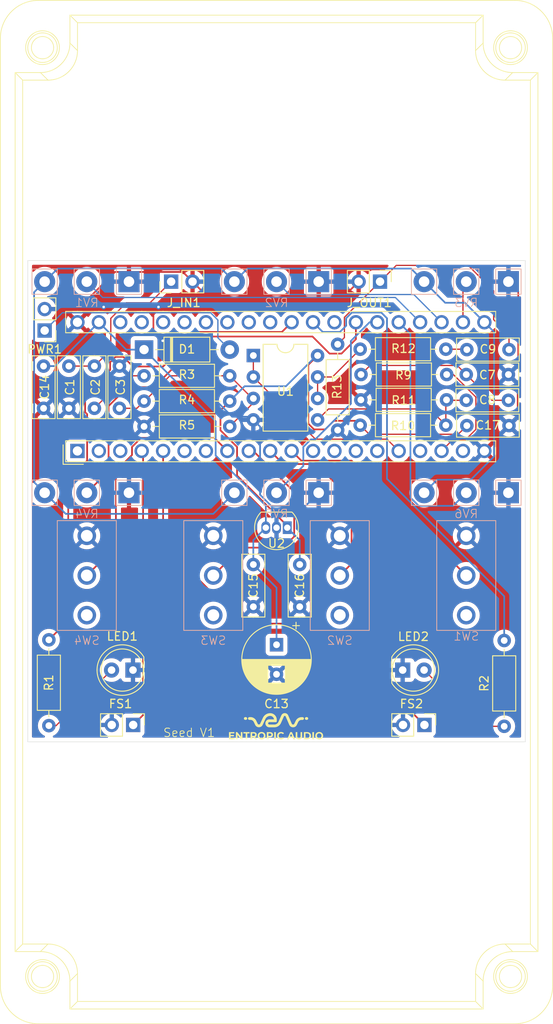
<source format=kicad_pcb>
(kicad_pcb (version 20240108) (generator "pcbnew") (generator_version "8.0")
  (layers (0 "F.Cu" signal) (31 "B.Cu" signal) (34 "B.Paste" user) (35 "F.Paste" user) (36 "B.SilkS" user "B.Silkscreen") (37 "F.SilkS" user "F.Silkscreen") (38 "B.Mask" user) (39 "F.Mask" user) (44 "Edge.Cuts" user))
  (net 0 "")
  (net 2 "/P5")
  (net 4 "GND")
  (net 5 "/P2")
  (net 11 "/SW1A")
  (net 12 "/BUFFER_IN")
  (net 15 "/FS2_L")
  (net 17 "VCC")
  (net 23 "/P1")
  (net 24 "/SW2A")
  (net 26 "/P3")
  (net 27 "/LED2")
  (net 28 "/P4")
  (net 29 "/BUFFER_OUT")
  (net 30 "/SW4A")
  (net 31 "/3v3_A")
  (net 33 "/SW3A")
  (net 35 "/P6")
  (net 37 "/LED1")
  (net 39 "Net-(C2-Pad2)")
  (net 40 "Net-(U1A-+)")
  (net 41 "/IN")
  (net 42 "/OUT")
  (net 43 "Net-(U1B-+)")
  (net 44 "Net-(C7-Pad1)")
  (net 45 "Net-(U1B--)")
  (net 46 "Net-(C9-Pad1)")
  (net 50 "/+5V")
  (net 51 "Net-(D1-A)")
  (net 52 "Net-(LED1-A)")
  (net 54 "Net-(LED2-A)")
  (net 55 "/FS1_L")
  (footprint "LED_THT:LED_D5.0mm" (layer "F.Cu") (at 183.975 104.5 180)
    (property "Reference" "LED1")
    (property "Value" "LED")
  )
  (footprint "Connector_PinHeader_2.54mm:PinHeader_1x02_P2.54mm_Vertical" (layer "F.Cu") (at 188.5 58.5 90)
    (property "Reference" "J_IN1")
    (property "Value" "Conn_01x02_Pin")
  )
  (footprint "Resistor_THT:R_Axial_DIN0207_L6.3mm_D2.5mm_P10.16mm_Horizontal" (layer "F.Cu") (at 228 111.16 90)
    (property "Reference" "R2")
    (property "Value" "1K")
  )
  (footprint "Resistor_THT:R_Axial_DIN0207_L6.3mm_D2.5mm_P10.16mm_Horizontal" (layer "F.Cu") (at 208.25 76.08 90)
    (property "Reference" "R13")
    (property "Value" "100K")
  )
  (footprint "Capacitor_THT:C_Rect_L7.2mm_W2.5mm_P5.00mm_FKS2_FKP2_MKS2_MKP2" (layer "F.Cu") (at 179.4 68.5 -90)
    (property "Reference" "C2")
    (property "Value" "1u")
  )
  (footprint "MountingEquipment:125b" (layer "F.Cu") (at 199.925085 85.79 90)
    (property "Reference" "REF**" (hide yes))
    (property "Value" "Hammond_125B_1590N1" (hide yes))
  )
  (footprint "Resistor_THT:R_Axial_DIN0207_L6.3mm_D2.5mm_P10.16mm_Horizontal" (layer "F.Cu") (at 210.92 66.5)
    (property "Reference" "R12")
    (property "Value" "100R")
  )
  (footprint "Connector_PinHeader_2.54mm:PinHeader_1x02_P2.54mm_Vertical" (layer "F.Cu") (at 173.5 64.29 180)
    (property "Reference" "PWR1")
    (property "Value" "Barrel_Jack")
  )
  (footprint "Resistor_THT:R_Axial_DIN0207_L6.3mm_D2.5mm_P10.16mm_Horizontal" (layer "F.Cu") (at 185.29 72.65)
    (property "Reference" "R4")
    (property "Value" "1M")
  )
  (footprint "Connector_PinHeader_2.54mm:PinHeader_1x02_P2.54mm_Vertical" (layer "F.Cu") (at 218.54 111 -90)
    (property "Reference" "FS2")
    (property "Value" "~")
  )
  (footprint "Capacitor_THT:C_Rect_L7.2mm_W2.5mm_P5.00mm_FKS2_FKP2_MKS2_MKP2" (layer "F.Cu") (at 203.75 97 90)
    (property "Reference" "C16")
    (property "Value" "100n")
  )
  (footprint "Connector_PinHeader_2.54mm:PinHeader_1x02_P2.54mm_Vertical" (layer "F.Cu") (at 184 111 -90)
    (property "Reference" "FS1")
    (property "Value" "~")
  )
  (footprint "Resistor_THT:R_Axial_DIN0207_L6.3mm_D2.5mm_P10.16mm_Horizontal" (layer "F.Cu") (at 221.08 75.5 180)
    (property "Reference" "R10")
    (property "Value" "1M")
  )
  (footprint "Capacitor_THT:C_Rect_L7.2mm_W2.5mm_P5.00mm_FKS2_FKP2_MKS2_MKP2" (layer "F.Cu") (at 173.37 73.5 90)
    (property "Reference" "C14")
    (property "Value" "100n")
  )
  (footprint "Capacitor_THT:C_Rect_L7.2mm_W2.5mm_P5.00mm_FKS2_FKP2_MKS2_MKP2" (layer "F.Cu") (at 182.37 73.5 90)
    (property "Reference" "C3")
    (property "Value" "1n")
  )
  (footprint "Package_DIP:DIP-8_W7.62mm" (layer "F.Cu") (at 198.25 67.25)
    (property "Reference" "U1")
    (property "Value" "TL072")
  )
  (footprint "Capacitor_THT:C_Rect_L7.2mm_W2.5mm_P5.00mm_FKS2_FKP2_MKS2_MKP2" (layer "F.Cu") (at 228.5 72.55 180)
    (property "Reference" "C8")
    (property "Value" "1u")
  )
  (footprint "Capacitor_THT:C_Rect_L7.2mm_W2.5mm_P5.00mm_FKS2_FKP2_MKS2_MKP2" (layer "F.Cu") (at 223.5 69.5)
    (property "Reference" "C7")
    (property "Value" "1n")
  )
  (footprint "Module:Electrosmith_Daisy_Seed" (layer "F.Cu") (at 177.39 78.55 90)
    (property "Reference" "A1" (hide yes))
    (property "Value" "Electrosmith_Daisy_Seed_Rev4" (hide yes))
  )
  (footprint "Capacitor_THT:C_Rect_L7.2mm_W2.5mm_P5.00mm_FKS2_FKP2_MKS2_MKP2" (layer "F.Cu") (at 228.57 75.55 180)
    (property "Reference" "C17")
    (property "Value" "100n")
  )
  (footprint "Resistor_THT:R_Axial_DIN0207_L6.3mm_D2.5mm_P10.16mm_Horizontal" (layer "F.Cu") (at 221.18 69.5 180)
    (property "Reference" "R9")
    (property "Value" "10K")
  )
  (footprint "Connector_PinHeader_2.54mm:PinHeader_1x02_P2.54mm_Vertical" (layer "F.Cu") (at 213.275 58.5 -90)
    (property "Reference" "J_OUT1")
    (property "Value" "Conn_01x02_Pin")
  )
  (footprint "Capacitor_THT:C_Rect_L7.2mm_W2.5mm_P5.00mm_FKS2_FKP2_MKS2_MKP2" (layer "F.Cu") (at 223.57 66.55)
    (property "Reference" "C9")
    (property "Value" "1u")
  )
  (footprint "LED_THT:LED_D5.0mm" (layer "F.Cu") (at 215.96 104.5)
    (property "Reference" "LED2")
    (property "Value" "LED")
  )
  (footprint "Resistor_THT:R_Axial_DIN0207_L6.3mm_D2.5mm_P10.16mm_Horizontal" (layer "F.Cu") (at 211 72.5)
    (property "Reference" "R11")
    (property "Value" "1M")
  )
  (footprint "Diode_THT:D_DO-41_SOD81_P10.16mm_Horizontal" (layer "F.Cu") (at 185.29 66.55)
    (property "Reference" "D1")
    (property "Value" "1N5817")
  )
  (footprint "Resistor_THT:R_Axial_DIN0207_L6.3mm_D2.5mm_P10.16mm_Horizontal" (layer "F.Cu") (at 185.29 69.65)
    (property "Reference" "R3")
    (property "Value" "1K")
  )
  (footprint "Capacitor_THT:C_Rect_L7.2mm_W2.5mm_P5.00mm_FKS2_FKP2_MKS2_MKP2" (layer "F.Cu") (at 176.37 68.5 -90)
    (property "Reference" "C1")
    (property "Value" "100p")
  )
  (footprint "Resistor_THT:R_Axial_DIN0207_L6.3mm_D2.5mm_P10.16mm_Horizontal" (layer "F.Cu") (at 174 111.08 90)
    (property "Reference" "R1")
    (property "Value" "1K")
  )
  (footprint "Resistor_THT:R_Axial_DIN0207_L6.3mm_D2.5mm_P10.16mm_Horizontal" (layer "F.Cu") (at 185.29 75.65)
    (property "Reference" "R5")
    (property "Value" "1M")
  )
  (footprint "Package_TO_SOT_THT:TO-92_Inline" (layer "F.Cu") (at 202.27 87.64 180)
    (property "Reference" "U2")
    (property "Value" "L78L05_TO92")
  )
  (footprint "Capacitor_THT:CP_Radial_D8.0mm_P3.50mm" (layer "F.Cu") (at 201 101.5 -90)
    (property "Reference" "C13")
    (property "Value" "100u")
  )
  (footprint "Capacitor_THT:C_Rect_L7.2mm_W2.5mm_P5.00mm_FKS2_FKP2_MKS2_MKP2" (layer "F.Cu") (at 198.25 97 90)
    (property "Reference" "C15")
    (property "Value" "100n")
  )
  (footprint "Button_Switch_THT:Toggle_Switch_3Pin_Holes" (layer "B.Cu") (at 208.5 93.3 90)
    (property "Reference" "SW2")
    (property "Value" "SW_SPDT")
  )
  (footprint "Potentiometer_THT:Potentiometer_3Pin_Holes" (layer "B.Cu") (at 223.5 88.5 180)
    (property "Reference" "RV6")
    (property "Value" "B10K")
  )
  (footprint "Potentiometer_THT:Potentiometer_3Pin_Holes" (layer "B.Cu") (at 178.5 88.5 180)
    (property "Reference" "RV4")
    (property "Value" "B10K")
  )
  (footprint "Button_Switch_THT:Toggle_Switch_3Pin_Holes" (layer "B.Cu") (at 223.5 93.3 90)
    (property "Reference" "SW1")
    (property "Value" "SW_SPDT")
  )
  (footprint "Button_Switch_THT:Toggle_Switch_3Pin_Holes" (layer "B.Cu") (at 178.5 93.3 90)
    (property "Reference" "SW4")
    (property "Value" "SW_SPDT")
  )
  (footprint "Potentiometer_THT:Potentiometer_3Pin_Holes" (layer "B.Cu") (at 201 63.5 180)
    (property "Reference" "RV2")
    (property "Value" "B10K")
  )
  (footprint "Button_Switch_THT:Toggle_Switch_3Pin_Holes" (layer "B.Cu") (at 193.5 93.3 90)
    (property "Reference" "SW3")
    (property "Value" "SW_SPDT")
  )
  (footprint "Potentiometer_THT:Potentiometer_3Pin_Holes" (layer "B.Cu") (at 178.5 63.5 180)
    (property "Reference" "RV1")
    (property "Value" "B10K")
  )
  (footprint "Potentiometer_THT:Potentiometer_3Pin_Holes" (layer "B.Cu") (at 223.5 63.5 180)
    (property "Reference" "RV3")
    (property "Value" "B10K")
  )
  (footprint "Potentiometer_THT:Potentiometer_3Pin_Holes" (layer "B.Cu") (at 201 88.5 180)
    (property "Reference" "RV5")
    (property "Value" "B10K")
  )
  (gr_poly (pts (xy 205.445444 112.69886) (xy 205.246609 112.69886) (xy 205.246609 111.844944) (xy 205.445444 111.844944)) (stroke (width -0.000001)) (fill solid) (layer "F.SilkS"))
  (gr_poly (pts (xy 200.921148 112.69886) (xy 200.722314 112.69886) (xy 200.722314 111.844944) (xy 200.921148 111.844944)) (stroke (width -0.000001)) (fill solid) (layer "F.SilkS"))
  (gr_poly (pts (xy 200.225422 111.845099) (xy 200.239379 111.845543) (xy 200.253089 111.846277) (xy 200.266553 111.847301) (xy 200.279769 111.848614) (xy 200.292739 111.850216) (xy 200.305462 111.852109) (xy 200.317938 111.85429) (xy 200.330167 111.856762) (xy 200.34215 111.859523) (xy 200.353886 111.862574) (xy 200.365375 111.865914) (xy 200.376617 111.869544) (xy 200.387612 111.873463) (xy 200.398361 111.877672) (xy 200.408862 111.882171) (xy 200.418561 111.88652) (xy 200.428071 111.89121) (xy 200.437385 111.896233) (xy 200.446496 111.901584) (xy 200.455394 111.907254) (xy 200.464073 111.913239) (xy 200.472523 111.91953) (xy 200.480736 111.926121) (xy 200.488706 111.933006) (xy 200.496423 111.940177) (xy 200.503879 111.947629) (xy 200.511067 111.955354) (xy 200.517979 111.963345) (xy 200.524606 111.971596) (xy 200.53094 111.9801) (xy 200.536973 111.988851) (xy 200.542423 111.997513) (xy 200.547522 112.006393) (xy 200.552271 112.015491) (xy 200.556668 112.024808) (xy 200.560714 112.034343) (xy 200.56441 112.044096) (xy 200.567754 112.054067) (xy 200.570747 112.064257) (xy 200.57339 112.074665) (xy 200.575681 112.085292) (xy 200.577622 112.096136) (xy 200.579211 112.107199) (xy 200.580449 112.11848) (xy 200.581337 112.12998) (xy 200.581873 112.141697) (xy 200.582058 112.153633) (xy 200.581892 112.165571) (xy 200.581371 112.177295) (xy 200.580498 112.188803) (xy 200.57927 112.200098) (xy 200.57769 112.211177) (xy 200.575756 112.222042) (xy 200.573468 112.232693) (xy 200.570827 112.243129) (xy 200.567832 112.25335) (xy 200.564484 112.263357) (xy 200.560783 112.273149) (xy 200.556728 112.282727) (xy 200.552319 112.29209) (xy 200.547558 112.301239) (xy 200.542442 112.310173) (xy 200.536973 112.318892) (xy 200.530906 112.327611) (xy 200.524543 112.336087) (xy 200.517893 112.344312) (xy 200.510964 112.352282) (xy 200.503763 112.359989) (xy 200.496299 112.367427) (xy 200.488578 112.374589) (xy 200.48061 112.381469) (xy 200.472401 112.388061) (xy 200.463959 112.394357) (xy 200.455292 112.400351) (xy 200.446409 112.406038) (xy 200.437317 112.41141) (xy 200.428023 112.41646) (xy 200.418535 112.421183) (xy 200.408862 112.425572) (xy 200.39837 112.430157) (xy 200.387629 112.434446) (xy 200.376641 112.438439) (xy 200.365404 112.442137) (xy 200.35392 112.445538) (xy 200.342187 112.448644) (xy 200.330207 112.451454) (xy 200.317978 112.453969) (xy 200.305501 112.456187) (xy 200.292776 112.45811) (xy 200.279803 112.459737) (xy 200.266582 112.461068) (xy 200.253113 112.462103) (xy 200.239396 112.462843) (xy 200.225431 112.463286) (xy 200.211218 112.463434) (xy 200.040482 112.463434) (xy 200.040482 112.69886) (xy 199.841648 112.69886) (xy 199.841648 112.302144) (xy 200.040482 112.302144) (xy 200.200264 112.302144) (xy 200.211374 112.302001) (xy 200.222141 112.301553) (xy 200.232565 112.300798) (xy 200.242646 112.299738) (xy 200.252384 112.298372) (xy 200.261779 112.296701) (xy 200.270831 112.294723) (xy 200.27954 112.29244) (xy 200.287906 112.289852) (xy 200.29593 112.286957) (xy 200.30361 112.283757) (xy 200.310948 112.280251) (xy 200.317942 112.27644) (xy 200.324594 112.272323) (xy 200.330903 112.2679) (xy 200.336869 112.263171) (xy 200.336869 112.263409) (xy 200.342482 112.258404) (xy 200.347733 112.253151) (xy 200.352622 112.247651) (xy 200.357149 112.241903) (xy 200.361314 112.235908) (xy 200.365116 112.229666) (xy 200.368557 112.223176) (xy 200.371635 112.216439) (xy 200.374351 112.209454) (xy 200.376705 112.202222) (xy 200.378697 112.194743) (xy 200.380327 112.187016) (xy 200.381594 112.179041) (xy 200.3825 112.170819) (xy 200.383043 112.16235) (xy 200.383224 112.153633) (xy 200.383043 112.14491) (xy 200.3825 112.136439) (xy 200.381595 112.128221) (xy 200.380327 112.120256) (xy 200.378697 112.112544) (xy 200.376706 112.105086) (xy 200.374352 112.09788) (xy 200.371635 112.090927) (xy 200.368557 112.084227) (xy 200.365117 112.077781) (xy 200.361314 112.071587) (xy 200.357149 112.065646) (xy 200.352622 112.059958) (xy 200.347733 112.054524) (xy 200.342482 112.049342) (xy 200.336869 112.044413) (xy 200.330903 112.039761) (xy 200.324594 112.035409) (xy 200.317942 112.031358) (xy 200.310948 112.027606) (xy 200.30361 112.024154) (xy 200.29593 112.021003) (xy 200.287906 112.018152) (xy 200.27954 112.0156) (xy 200.270831 112.013349) (xy 200.261779 112.011398) (xy 200.252384 112.009748) (xy 200.242646 112.008397) (xy 200.232565 112.007347) (xy 200.222141 112.006596) (xy 200.211374 112.006146) (xy 200.200264 112.005996) (xy 200.040482 112.005996) (xy 200.040482 112.302144) (xy 199.841648 112.302144) (xy 199.841648 111.844944) (xy 200.211218 111.844944)) (stroke (width -0.000001)) (fill solid) (layer "F.SilkS"))
  (gr_poly (pts (xy 204.644192 111.845151) (xy 204.661197 111.845774) (xy 204.677943 111.846811) (xy 204.694431 111.848263) (xy 204.710661 111.85013) (xy 204.726632 111.852411) (xy 204.742344 111.855108) (xy 204.757798 111.85822) (xy 204.772993 111.861746) (xy 204.787929 111.865687) (xy 204.802607 111.870043) (xy 204.817027 111.874814) (xy 204.831187 111.88) (xy 204.845089 111.8856) (xy 204.858733 111.891616) (xy 204.872118 111.898046) (xy 204.872116 111.898046) (xy 204.884788 111.904453) (xy 204.897199 111.911287) (xy 204.909341 111.918538) (xy 204.921204 111.926198) (xy 204.932777 111.934259) (xy 204.944052 111.942711) (xy 204.955019 111.951547) (xy 204.965667 111.960757) (xy 204.975988 111.970332) (xy 204.985972 111.980265) (xy 204.995609 111.990546) (xy 205.004889 112.001166) (xy 205.013802 112.012118) (xy 205.02234 112.023393) (xy 205.030493 112.034981) (xy 205.03825 112.046874) (xy 205.045487 112.058952) (xy 205.052258 112.071293) (xy 205.058562 112.083898) (xy 205.064399 112.096766) (xy 205.069769 112.109898) (xy 205.074672 112.123294) (xy 205.079108 112.136953) (xy 205.083077 112.150875) (xy 205.086579 112.165061) (xy 205.089615 112.179511) (xy 205.092183 112.194224) (xy 205.094284 112.209201) (xy 205.095918 112.224441) (xy 205.097086 112.239945) (xy 205.097786 112.255713) (xy 205.09802 112.271744) (xy 205.097786 112.287775) (xy 205.097086 112.303546) (xy 205.095918 112.319054) (xy 205.094284 112.334301) (xy 205.092183 112.349286) (xy 205.089615 112.364009) (xy 205.086579 112.378471) (xy 205.083077 112.392671) (xy 205.079108 112.40661) (xy 205.074672 112.420286) (xy 205.069769 112.433701) (xy 205.064399 112.446855) (xy 205.058562 112.459746) (xy 205.052258 112.472376) (xy 205.045487 112.484745) (xy 205.03825 112.496851) (xy 205.0305 112.508754) (xy 205.022354 112.520352) (xy 205.013821 112.531635) (xy 205.004911 112.542596) (xy 204.995634 112.553224) (xy 204.986 112.563513) (xy 204.976017 112.573452) (xy 204.965696 112.583033) (xy 204.955047 112.592248) (xy 204.944078 112.601087) (xy 204.932801 112.609543) (xy 204.921224 112.617606) (xy 204.909358 112.625268) (xy 204.897212 112.63252) (xy 204.884795 112.639353) (xy 204.872118 112.645759) (xy 204.858724 112.652189) (xy 204.845072 112.658204) (xy 204.831163 112.663805) (xy 204.816997 112.668991) (xy 204.802573 112.673761) (xy 204.787892 112.678117) (xy 204.772954 112.682059) (xy 204.757758 112.685585) (xy 204.742305 112.688696) (xy 204.726595 112.691393) (xy 204.710627 112.693675) (xy 204.694402 112.695542) (xy 204.67792 112.696994) (xy 204.66118 112.698031) (xy 204.644182 112.698653) (xy 204.626928 112.69886) (xy 204.239023 112.69886) (xy 204.239023 112.005996) (xy 204.437856 112.005996) (xy 204.437856 112.537808) (xy 204.617163 112.537808) (xy 204.626775 112.537904) (xy 204.636371 112.537712) (xy 204.645944 112.537233) (xy 204.655488 112.536467) (xy 204.664996 112.535418) (xy 204.674462 112.534086) (xy 204.68388 112.532472) (xy 204.693244 112.530578) (xy 204.702547 112.528405) (xy 204.711782 112.525954) (xy 204.720945 112.523228) (xy 204.730028 112.520227) (xy 204.739025 112.516952) (xy 204.747929 112.513406) (xy 204.756736 112.509589) (xy 204.765437 112.505503) (xy 204.773026 112.501495) (xy 204.780445 112.497222) (xy 204.787687 112.492689) (xy 204.794748 112.487902) (xy 204.801619 112.482867) (xy 204.808296 112.47759) (xy 204.814772 112.472077) (xy 204.821041 112.466333) (xy 204.827097 112.460364) (xy 204.832932 112.454177) (xy 204.838543 112.447777) (xy 204.843921 112.44117) (xy 204.849061 112.434363) (xy 204.853956 112.42736) (xy 204.858601 112.420168) (xy 204.862989 112.412793) (xy 204.863388 112.412793) (xy 204.871536 112.39602) (xy 204.878597 112.378895) (xy 204.884572 112.36147) (xy 204.889461 112.343794) (xy 204.893264 112.325917) (xy 204.89598 112.30789) (xy 204.897609 112.289763) (xy 204.898152 112.271585) (xy 204.897609 112.253407) (xy 204.89598 112.23528) (xy 204.893264 112.217253) (xy 204.889461 112.199376) (xy 204.884572 112.1817) (xy 204.878597 112.164275) (xy 204.871536 112.14715) (xy 204.863388 112.130377) (xy 204.858966 112.123059) (xy 204.854294 112.115922) (xy 204.849375 112.108973) (xy 204.844217 112.102218) (xy 204.838826 112.095661) (xy 204.833207 112.089309) (xy 204.827366 112.083167) (xy 204.82131 112.077242) (xy 204.815045 112.071538) (xy 204.808577 112.066062) (xy 204.801911 112.060819) (xy 204.795054 112.055815) (xy 204.788012 112.051055) (xy 204.780791 112.046546) (xy 204.773397 112.042293) (xy 204.765836 112.038302) (xy 204.757133 112.034222) (xy 204.748325 112.030411) (xy 204.739419 112.02687) (xy 204.730421 112.023599) (xy 204.721338 112.020602) (xy 204.712175 112.017878) (xy 204.70294 112.015429) (xy 204.693637 112.013256) (xy 204.684274 112.011362) (xy 204.674857 112.009747) (xy 204.665391 112.008412) (xy 204.655884 112.007359) (xy 204.646341 112.00659) (xy 204.636769 112.006106) (xy 204.627174 112.005907) (xy 204.617562 112.005996) (xy 204.437856 112.005996) (xy 204.239023 112.005996) (xy 204.239023 111.844944) (xy 204.626928 111.844944)) (stroke (width -0.000001)) (fill solid) (layer "F.SilkS"))
  (gr_poly (pts (xy 206.072099 111.830344) (xy 206.08398 111.830621) (xy 206.095842 111.83117) (xy 206.107681 111.831989) (xy 206.119492 111.833079) (xy 206.131271 111.834437) (xy 206.143012 111.836064) (xy 206.154712 111.837958) (xy 206.166365 111.840119) (xy 206.177968 111.842545) (xy 206.189515 111.845237) (xy 206.201002 111.848193) (xy 206.212424 111.851413) (xy 206.223777 111.854895) (xy 206.235057 111.858639) (xy 206.246258 111.862645) (xy 206.256513 111.866641) (xy 206.266656 111.870885) (xy 206.276682 111.875373) (xy 206.286587 111.880104) (xy 206.296366 111.885074) (xy 206.306016 111.890281) (xy 206.315532 111.895722) (xy 206.32491 111.901395) (xy 206.334145 111.907297) (xy 206.343234 111.913425) (xy 206.352172 111.919777) (xy 206.360955 111.92635) (xy 206.369578 111.933141) (xy 206.378038 111.940148) (xy 206.38633 111.947368) (xy 206.39445 111.954799) (xy 206.402231 111.962299) (xy 206.409808 111.969988) (xy 206.417176 111.977863) (xy 206.424334 111.985917) (xy 206.431277 111.994148) (xy 206.438003 112.002551) (xy 206.444508 112.011121) (xy 206.450791 112.019854) (xy 206.456846 112.028745) (xy 206.462673 112.03779) (xy 206.468266 112.046986) (xy 206.473624 112.056326) (xy 206.478743 112.065808) (xy 206.483621 112.075426) (xy 206.488253 112.085177) (xy 206.492638 112.095055) (xy 206.492638 112.095054) (xy 206.500786 112.116424) (xy 206.507848 112.138074) (xy 206.513823 112.159965) (xy 206.518712 112.182056) (xy 206.522514 112.204308) (xy 206.52523 112.22668) (xy 206.52686 112.249132) (xy 206.527403 112.271624) (xy 206.52686 112.294116) (xy 206.52523 112.316569) (xy 206.522514 112.338941) (xy 206.518711 112.361192) (xy 206.513822 112.383284) (xy 206.507847 112.405174) (xy 206.500785 112.426825) (xy 206.492637 112.448194) (xy 206.488272 112.458118) (xy 206.483657 112.467914) (xy 206.478794 112.477578) (xy 206.473686 112.487104) (xy 206.468337 112.496488) (xy 206.462749 112.505726) (xy 206.456926 112.514813) (xy 206.450871 112.523746) (xy 206.444588 112.532519) (xy 206.438078 112.541127) (xy 206.431346 112.549568) (xy 206.424393 112.557835) (xy 206.417225 112.565925) (xy 206.409843 112.573832) (xy 206.402251 112.581554) (xy 206.394451 112.589085) (xy 206.386334 112.596516) (xy 206.378044 112.603735) (xy 206.369586 112.610741) (xy 206.360964 112.617531) (xy 206.352182 112.624102) (xy 206.343245 112.63045) (xy 206.334156 112.636575) (xy 206.324921 112.642472) (xy 206.315542 112.64814) (xy 206.306026 112.653575) (xy 206.296375 112.658776) (xy 206.286594 112.663738) (xy 206.276688 112.668461) (xy 206.26666 112.67294) (xy 206.256515 112.677174) (xy 206.246258 112.681159) (xy 206.223618 112.688786) (xy 206.200744 112.695389) (xy 206.177669 112.700971) (xy 206.154427 112.70553) (xy 206.131052 112.709067) (xy 206.107577 112.711582) (xy 206.084037 112.713075) (xy 206.060464 112.713545) (xy 206.036894 112.712994) (xy 206.013359 112.711421) (xy 205.989893 112.708826) (xy 205.96653 112.705209) (xy 205.943304 112.70057) (xy 205.920248 112.69491) (xy 205.897396 112.688228) (xy 205.874782 112.680524) (xy 205.864488 112.676496) (xy 205.854306 112.67222) (xy 205.844242 112.667699) (xy 205.8343 112.662936) (xy 205.824484 112.657932) (xy 205.814798 112.652691) (xy 205.805246 112.647216) (xy 205.795833 112.641508) (xy 205.786563 112.635572) (xy 205.777441 112.629408) (xy 205.76847 112.623021) (xy 205.759654 112.616412) (xy 205.750998 112.609584) (xy 205.742507 112.60254) (xy 205.734184 112.595283) (xy 205.726033 112.587815) (xy 205.718248 112.580314) (xy 205.710669 112.572624) (xy 205.703297 112.56475) (xy 205.696135 112.556695) (xy 205.689188 112.548464) (xy 205.682458 112.540061) (xy 205.675948 112.531491) (xy 205.669661 112.522759) (xy 205.6636 112.513867) (xy 205.657769 112.504822) (xy 205.65217 112.495627) (xy 205.646806 112.486287) (xy 205.641681 112.476805) (xy 205.636797 112.467187) (xy 205.632158 112.457437) (xy 205.627767 112.447559) (xy 205.619638 112.426268) (xy 205.612592 112.404697) (xy 205.606631 112.382886) (xy 205.601753 112.360874) (xy 205.59796 112.338702) (xy 205.59525 112.316409) (xy 205.593624 112.294037) (xy 205.593089 112.271902) (xy 205.793103 112.271902) (xy 205.793417 112.285928) (xy 205.794358 112.299933) (xy 205.795927 112.313895) (xy 205.798124 112.327793) (xy 205.800948 112.341605) (xy 205.8044 112.35531) (xy 205.80848 112.368886) (xy 205.813187 112.382313) (xy 205.815686 112.38832) (xy 205.818327 112.394259) (xy 205.821107 112.400127) (xy 205.824027 112.405922) (xy 205.827083 112.411642) (xy 205.830275 112.417284) (xy 205.8336 112.422846) (xy 205.837058 112.428326) (xy 205.840647 112.433721) (xy 205.844365 112.439029) (xy 205.848211 112.444247) (xy 205.852184 112.449373) (xy 205.856281 112.454405) (xy 205.860501 112.45934) (xy 205.864843 112.464177) (xy 205.869305 112.468911) (xy 205.873853 112.4735) (xy 205.878514 112.477963) (xy 205.883285 112.482299) (xy 205.888163 112.486505) (xy 205.893146 112.49058) (xy 205.89823 112.494522) (xy 205.903414 112.498329) (xy 205.908694 112.501999) (xy 205.914068 112.505531) (xy 205.919532 112.508922) (xy 205.925085 112.512171) (xy 205.930724 112.515277) (xy 205.936445 112.518236) (xy 205.942247 112.521047) (xy 205.948126 112.523709) (xy 205.954079 112.52622) (xy 205.960423 112.528706) (xy 205.96682 112.531031) (xy 205.973267 112.533195) (xy 205.97976 112.535197) (xy 205.986297 112.537036) (xy 205.992875 112.538713) (xy 205.99949 112.540226) (xy 206.006139 112.541574) (xy 206.01282 112.542758) (xy 206.019529 112.543777) (xy 206.026263 112.544629) (xy 206.033019 112.545315) (xy 206.039794 112.545834) (xy 206.046585 112.546185) (xy 206.053389 112.546367) (xy 206.060202 112.546381) (xy 206.066983 112.546376) (xy 206.073754 112.5462) (xy 206.080513 112.545855) (xy 206.087255 112.545341) (xy 206.093978 112.544659) (xy 206.100678 112.543809) (xy 206.107353 112.542792) (xy 206.114 112.541609) (xy 206.120615 112.54026) (xy 206.127195 112.538745) (xy 206.133737 112.537066) (xy 206.140239 112.535222) (xy 206.146696 112.533216) (xy 206.153105 112.531046) (xy 206.159464 112.528714) (xy 206.16577 112.52622) (xy 206.171701 112.523668) (xy 206.177559 112.520971) (xy 206.183342 112.518131) (xy 206.189047 112.515148) (xy 206.194672 112.512026) (xy 206.200215 112.508765) (xy 206.205673 112.505367) (xy 206.211043 112.501834) (xy 206.216322 112.498168) (xy 206.221509 112.49437) (xy 206.226601 112.490442) (xy 206.231595 112.486385) (xy 206.236489 112.482202) (xy 206.241281 112.477895) (xy 206.245967 112.473464) (xy 206.250545 112.468911) (xy 206.255062 112.464199) (xy 206.259457 112.459382) (xy 206.263728 112.454462) (xy 206.267873 112.449442) (xy 206.27189 112.444325) (xy 206.275779 112.439113) (xy 206.279537 112.433809) (xy 206.283163 112.428414) (xy 206.286655 112.422932) (xy 206.290012 112.417364) (xy 206.293232 112.411714) (xy 206.296313 112.405984) (xy 206.299254 112.400177) (xy 206.302053 112.394294) (xy 206.304708 112.388338) (xy 206.307218 112.382313) (xy 206.311943 112.368889) (xy 206.316038 112.355314) (xy 206.319503 112.34161) (xy 206.322338 112.327798) (xy 206.324543 112.313899) (xy 206.326118 112.299936) (xy 206.327063 112.28593) (xy 206.327378 112.271902) (xy 206.327063 112.257874) (xy 206.326118 112.243868) (xy 206.324543 112.229905) (xy 206.322338 112.216007) (xy 206.319503 112.202195) (xy 206.316038 112.18849) (xy 206.311943 112.174915) (xy 206.307218 112.161491) (xy 206.304701 112.155469) (xy 206.30204 112.149517) (xy 206.299236 112.143637) (xy 206.296291 112.137832) (xy 206.293207 112.132104) (xy 206.289985 112.126456) (xy 206.286627 112.12089) (xy 206.283135 112.115408) (xy 206.279509 112.110014) (xy 206.275753 112.104709) (xy 206.271866 112.099495) (xy 206.267851 112.094376) (xy 206.26371 112.089354) (xy 206.259444 112.084431) (xy 206.255054 112.07961) (xy 206.250543 112.074893) (xy 206.245961 112.070345) (xy 206.241273 112.065919) (xy 206.236479 112.061615) (xy 206.231583 112.057435) (xy 206.226588 112.053381) (xy 206.221495 112.049455) (xy 206.216308 112.045658) (xy 206.211028 112.041992) (xy 206.205659 112.038459) (xy 206.200202 112.03506) (xy 206.194661 112.031797) (xy 206.189037 112.028673) (xy 206.183334 112.025687) (xy 206.177554 112.022843) (xy 206.171698 112.020141) (xy 206.165771 112.017585) (xy 206.159463 112.015098) (xy 206.153102 112.012772) (xy 206.146692 112.010607) (xy 206.140234 112.008604) (xy 206.133732 112.006764) (xy 206.12719 112.005087) (xy 206.120609 112.003574) (xy 206.113995 112.002225) (xy 206.107348 112.001042) (xy 206.100674 112.000023) (xy 206.093974 111.999171) (xy 206.087252 111.998486) (xy 206.08051 111.997968) (xy 206.073753 111.997617) (xy 206.066983 111.997436) (xy 206.060202 111.997423) (xy 206.053389 111.997444) (xy 206.046586 111.997633) (xy 206.039796 111.997989) (xy 206.033021 111.998512) (xy 206.026266 111.999201) (xy 206.019532 112.000055) (xy 206.012824 112.001075) (xy 206.006143 112.002259) (xy 205.999494 112.003608) (xy 205.992879 112.005119) (xy 205.986301 112.006793) (xy 205.979764 112.008629) (xy 205.973269 112.010627) (xy 205.966821 112.012786) (xy 205.960423 112.015105) (xy 205.954076 112.017585) (xy 205.948126 112.0201) (xy 205.94225 112.022766) (xy 205.936451 112.025581) (xy 205.930732 112.028544) (xy 205.925095 112.031651) (xy 205.919544 112.034901) (xy 205.91408 112.038294) (xy 205.908707 112.041826) (xy 205.903427 112.045496) (xy 205.898243 112.049301) (xy 205.893158 112.053242) (xy 205.888174 112.057314) (xy 205.883294 112.061518) (xy 205.87852 112.06585) (xy 205.873857 112.070309) (xy 205.869305 112.074893) (xy 205.864849 112.079633) (xy 205.860513 112.084473) (xy 205.856297 112.089411) (xy 205.852204 112.094446) (xy 205.848235 112.099574) (xy 205.844391 112.104793) (xy 205.840674 112.110102) (xy 205.837086 112.115496) (xy 205.833627 112.120976) (xy 205.830301 112.126537) (xy 205.827107 112.132177) (xy 205.824048 112.137895) (xy 205.821125 112.143688) (xy 205.818339 112.149553) (xy 205.815693 112.155488) (xy 205.813187 112.161491) (xy 205.80848 112.174918) (xy 205.8044 112.188495) (xy 205.800948 112.2022) (xy 205.798124 112.216012) (xy 205.795927 112.22991) (xy 205.794358 112.243871) (xy 205.793417 112.257876) (xy 205.793103 112.271902) (xy 205.593089 112.271902) (xy 205.593082 112.271624) (xy 205.593624 112.249212) (xy 205.59525 112.226839) (xy 205.59796 112.204547) (xy 205.601754 112.182375) (xy 205.606631 112.160363) (xy 205.612593 112.138551) (xy 205.619638 112.11698) (xy 205.627768 112.095689) (xy 205.632182 112.085855) (xy 205.63684 112.076148) (xy 205.64174 112.066572) (xy 205.646878 112.057131) (xy 205.652252 112.047831) (xy 205.657858 112.038675) (xy 205.663693 112.029667) (xy 205.669754 112.020813) (xy 205.676039 112.012115) (xy 205.682545 112.003579) (xy 205.689267 111.995208) (xy 205.696204 111.987007) (xy 205.703352 111.978981) (xy 205.710708 111.971133) (xy 205.718269 111.963468) (xy 205.726033 111.955989) (xy 205.734164 111.948547) (xy 205.742464 111.941312) (xy 205.750931 111.934287) (xy 205.759559 111.927476) (xy 205.768346 111.920879) (xy 205.777286 111.914501) (xy 205.786375 111.908344) (xy 205.79561 111.902409) (xy 205.804986 111.896701) (xy 205.814499 111.891221) (xy 205.824146 111.885971) (xy 205.833921 111.880956) (xy 205.84382 111.876176) (xy 205.853841 111.871635) (xy 205.863978 111.867335) (xy 205.874227 111.86328) (xy 205.885405 111.859195) (xy 205.896665 111.855377) (xy 205.908002 111.851825) (xy 205.919411 111.848542) (xy 205.930888 111.845527) (xy 205.942426 111.842781) (xy 205.954023 111.840306) (xy 205.965672 111.838103) (xy 205.97737 111.836171) (xy 205.989111 111.834512) (xy 206.000891 111.833128) (xy 206.012705 111.832017) (xy 206.024548 111.831182) (xy 206.036415 111.830624) (xy 206.048302 111.830342) (xy 206.060203 111.830339)) (stroke (width -0.000001)) (fill solid) (layer "F.SilkS"))
  (gr_poly (pts (xy 201.566112 111.831346) (xy 201.590502 111.833388) (xy 201.614798 111.836532) (xy 201.638963 111.840777) (xy 201.662959 111.846122) (xy 201.686747 111.852568) (xy 201.710291 111.860113) (xy 201.733551 111.868756) (xy 201.744511 111.873551) (xy 201.755302 111.878671) (xy 201.765916 111.884109) (xy 201.776347 111.889863) (xy 201.786589 111.895925) (xy 201.796635 111.902293) (xy 201.806478 111.90896) (xy 201.816112 111.915922) (xy 201.825529 111.923173) (xy 201.834724 111.930709) (xy 201.843689 111.938525) (xy 201.852418 111.946616) (xy 201.860904 111.954977) (xy 201.869141 111.963602) (xy 201.877122 111.972488) (xy 201.88484 111.981628) (xy 201.756729 112.098706) (xy 201.751673 112.092805) (xy 201.746469 112.087048) (xy 201.741118 112.081439) (xy 201.735624 112.075979) (xy 201.72999 112.070671) (xy 201.72422 112.065518) (xy 201.718317 112.060523) (xy 201.712283 112.055687) (xy 201.706124 112.051014) (xy 201.69984 112.046505) (xy 201.693437 112.042165) (xy 201.686917 112.037994) (xy 201.680283 112.033996) (xy 201.673539 112.030172) (xy 201.666688 112.026527) (xy 201.659733 112.023062) (xy 201.652787 112.019932) (xy 201.645767 112.017002) (xy 201.638676 112.014271) (xy 201.631518 112.011742) (xy 201.624299 112.009415) (xy 201.617021 112.007291) (xy 201.609691 112.005371) (xy 201.602311 112.003656) (xy 201.594886 112.002147) (xy 201.58742 112.000844) (xy 201.579919 111.999749) (xy 201.572385 111.998863) (xy 201.564824 111.998186) (xy 201.55724 111.99772) (xy 201.549637 111.997465) (xy 201.542019 111.997423) (xy 201.534982 111.99743) (xy 201.527955 111.997607) (xy 201.52094 111.997954) (xy 201.513941 111.998468) (xy 201.50696 111.999151) (xy 201.5 112) (xy 201.493065 112.001017) (xy 201.486157 112.0022) (xy 201.47928 112.003549) (xy 201.472436 112.005063) (xy 201.465629 112.006741) (xy 201.458861 112.008584) (xy 201.452135 112.01059) (xy 201.445455 112.01276) (xy 201.438824 112.015091) (xy 201.432243 112.017585) (xy 201.426196 112.020062) (xy 201.420221 112.022689) (xy 201.414321 112.025466) (xy 201.408498 112.02839) (xy 201.402756 112.031459) (xy 201.397096 112.034673) (xy 201.391522 112.038029) (xy 201.386037 112.041525) (xy 201.380642 112.045159) (xy 201.37534 112.048931) (xy 201.370135 112.052838) (xy 201.365029 112.056878) (xy 201.360024 112.06105) (xy 201.355123 112.065352) (xy 201.35033 112.069781) (xy 201.345645 112.074338) (xy 201.341087 112.07901) (xy 201.336655 112.083791) (xy 201.33235 112.088679) (xy 201.328174 112.09367) (xy 201.324128 112.098762) (xy 201.320214 112.103953) (xy 201.316435 112.109239) (xy 201.312791 112.114619) (xy 201.309284 112.120089) (xy 201.305917 112.125648) (xy 201.302691 112.131291) (xy 201.299607 112.137018) (xy 201.296668 112.142824) (xy 201.293875 112.148708) (xy 201.29123 112.154667) (xy 201.288734 112.160698) (xy 201.284017 112.174215) (xy 201.279929 112.187881) (xy 201.27647 112.201676) (xy 201.27364 112.215577) (xy 201.271439 112.229564) (xy 201.269867 112.243614) (xy 201.268923 112.257708) (xy 201.268609 112.271823) (xy 201.268924 112.285938) (xy 201.269867 112.300031) (xy 201.271439 112.314082) (xy 201.27364 112.328069) (xy 201.276471 112.34197) (xy 201.27993 112.355764) (xy 201.284018 112.369431) (xy 201.288734 112.382948) (xy 201.293873 112.395086) (xy 201.299606 112.406885) (xy 201.305915 112.418327) (xy 201.312783 112.429392) (xy 201.320191 112.440064) (xy 201.32812 112.450323) (xy 201.336553 112.460152) (xy 201.34547 112.469531) (xy 201.354855 112.478444) (xy 201.364688 112.486871) (xy 201.374952 112.494795) (xy 201.385627 112.502197) (xy 201.396697 112.509058) (xy 201.408142 112.515361) (xy 201.419944 112.521088) (xy 201.432085 112.526219) (xy 201.438663 112.528719) (xy 201.445293 112.531056) (xy 201.451973 112.53323) (xy 201.458697 112.535241) (xy 201.465465 112.537086) (xy 201.472272 112.538767) (xy 201.479116 112.540282) (xy 201.485994 112.541632) (xy 201.492902 112.542814) (xy 201.499837 112.54383) (xy 201.506798 112.544678) (xy 201.51378 112.545357) (xy 201.52078 112.545868) (xy 201.527796 112.546209) (xy 201.534824 112.54638) (xy 201.541861 112.546381) (xy 201.549492 112.546339) (xy 201.557108 112.54608) (xy 201.564703 112.545603) (xy 201.572275 112.54491) (xy 201.579817 112.544002) (xy 201.587326 112.54288) (xy 201.594797 112.541545) (xy 201.602225 112.539998) (xy 201.609606 112.53824) (xy 201.616936 112.536272) (xy 201.624209 112.534094) (xy 201.631422 112.531709) (xy 201.638569 112.529117) (xy 201.645647 112.526318) (xy 201.65265 112.523315) (xy 201.659574 112.520108) (xy 201.666518 112.51658) (xy 201.673359 112.512877) (xy 201.680094 112.509) (xy 201.68672 112.504951) (xy 201.693233 112.500734) (xy 201.699631 112.496351) (xy 201.70591 112.491803) (xy 201.712068 112.487094) (xy 201.718101 112.482227) (xy 201.724005 112.477202) (xy 201.729779 112.472024) (xy 201.735418 112.466694) (xy 201.74092 112.461215) (xy 201.746281 112.455589) (xy 201.751499 112.449819) (xy 201.75657 112.443908) (xy 201.884682 112.560986) (xy 201.87695 112.570141) (xy 201.868958 112.579044) (xy 201.860713 112.58769) (xy 201.85222 112.596074) (xy 201.843487 112.604192) (xy 201.834519 112.612038) (xy 201.825324 112.619608) (xy 201.815908 112.626896) (xy 201.806277 112.633898) (xy 201.796437 112.640609) (xy 201.786396 112.647025) (xy 201.77616 112.653139) (xy 201.765735 112.658948) (xy 201.755128 112.664446) (xy 201.744345 112.669629) (xy 201.733393 112.674492) (xy 201.721318 112.679352) (xy 201.709136 112.683896) (xy 201.696854 112.688121) (xy 201.684478 112.692027) (xy 201.672015 112.695612) (xy 201.659469 112.698876) (xy 201.646848 112.701816) (xy 201.634158 112.704433) (xy 201.621406 112.706723) (xy 201.608597 112.708687) (xy 201.595737 112.710324) (xy 201.582834 112.711631) (xy 201.569893 112.712608) (xy 201.556921 112.713253) (xy 201.543923 112.713566) (xy 201.530907 112.713545) (xy 201.519163 112.71351) (xy 201.507434 112.713206) (xy 201.495724 112.712635) (xy 201.484038 112.711795) (xy 201.472381 112.71069) (xy 201.460756 112.709318) (xy 201.449168 112.707681) (xy 201.437623 112.705781) (xy 201.426124 112.703617) (xy 201.414676 112.70119) (xy 201.403284 112.698501) (xy 201.391951 112.695552) (xy 201.380683 112.692342) (xy 201.369485 112.688873) (xy 201.35836 112.685145) (xy 201.347313 112.68116) (xy 201.326999 112.673025) (xy 201.30722 112.663905) (xy 201.288006 112.653827) (xy 201.269388 112.642821) (xy 201.251397 112.630916) (xy 201.234062 112.618139) (xy 201.217414 112.604521) (xy 201.201482 112.59009) (xy 201.186298 112.574874) (xy 201.171891 112.558903) (xy 201.158292 112.542206) (xy 201.145531 112.52481) (xy 201.133638 112.506746) (xy 201.122644 112.488042) (xy 201.112579 112.468727) (xy 201.103472 112.448829) (xy 201.095342 112.427416) (xy 201.088295 112.405724) (xy 201.082332 112.383792) (xy 201.077454 112.361661) (xy 201.073659 112.339371) (xy 201.070949 112.316961) (xy 201.069323 112.294471) (xy 201.068781 112.271942) (xy 201.069323 112.249412) (xy 201.070949 112.226923) (xy 201.073659 112.204513) (xy 201.077454 112.182223) (xy 201.082332 112.160092) (xy 201.088295 112.13816) (xy 201.095342 112.116468) (xy 201.103472 112.095055) (xy 201.107849 112.085198) (xy 201.112469 112.075468) (xy 201.11733 112.065866) (xy 201.12243 112.056399) (xy 201.127764 112.047071) (xy 201.13333 112.037884) (xy 201.139126 112.028845) (xy 201.145147 112.019957) (xy 201.151392 112.011223) (xy 201.157857 112.00265) (xy 201.164539 111.99424) (xy 201.171435 111.985999) (xy 201.178543 111.97793) (xy 201.185859 111.970037) (xy 201.19338 111.962326) (xy 201.201104 111.954799) (xy 201.209167 111.947353) (xy 201.217405 111.940119) (xy 201.225813 111.933099) (xy 201.234388 111.926298) (xy 201.243125 111.919716) (xy 201.252019 111.913358) (xy 201.261066 111.907226) (xy 201.270262 111.901322) (xy 201.279602 111.89565) (xy 201.289082 111.890211) (xy 201.298698 111.885009) (xy 201.308445 111.880046) (xy 201.31832 111.875326) (xy 201.328317 111.87085) (xy 201.338432 111.866622) (xy 201.348662 111.862645) (xy 201.372185 111.854744) (xy 201.395956 111.84795) (xy 201.419937 111.842263) (xy 201.444091 111.837682) (xy 201.468378 111.834207) (xy 201.492762 111.831836) (xy 201.517204 111.830569) (xy 201.541667 111.830406)) (stroke (width -0.000001)) (fill solid) (layer "F.SilkS"))
  (gr_poly (pts (xy 198.299308 111.845019) (xy 198.313265 111.845464) (xy 198.326975 111.846198) (xy 198.340439 111.847221) (xy 198.353655 111.848534) (xy 198.366625 111.850137) (xy 198.379348 111.852029) (xy 198.391824 111.854211) (xy 198.404054 111.856683) (xy 198.416036 111.859444) (xy 198.427772 111.862494) (xy 198.439261 111.865835) (xy 198.450503 111.869464) (xy 198.461498 111.873384) (xy 198.472246 111.877593) (xy 198.482748 111.882092) (xy 198.492453 111.886437) (xy 198.50197 111.891125) (xy 198.51129 111.896147) (xy 198.520405 111.901498) (xy 198.529307 111.90717) (xy 198.537989 111.913158) (xy 198.546441 111.919453) (xy 198.554656 111.926049) (xy 198.562625 111.93294) (xy 198.570341 111.940118) (xy 198.577796 111.947577) (xy 198.584981 111.955311) (xy 198.591887 111.963312) (xy 198.598508 111.971573) (xy 198.604835 111.980089) (xy 198.61086 111.988851) (xy 198.61631 111.997513) (xy 198.621409 112.006393) (xy 198.626157 112.015491) (xy 198.630555 112.024808) (xy 198.634601 112.034343) (xy 198.638296 112.044096) (xy 198.64164 112.054067) (xy 198.644634 112.064257) (xy 198.647276 112.074665) (xy 198.649567 112.085291) (xy 198.651508 112.096136) (xy 198.653097 112.107199) (xy 198.654335 112.11848) (xy 198.655223 112.129979) (xy 198.655759 112.141697) (xy 198.655945 112.153633) (xy 198.655778 112.165571) (xy 198.655257 112.177294) (xy 198.654384 112.188803) (xy 198.653157 112.200097) (xy 198.651576 112.211177) (xy 198.649642 112.222042) (xy 198.647354 112.232693) (xy 198.644713 112.243129) (xy 198.641718 112.25335) (xy 198.63837 112.263357) (xy 198.634669 112.273149) (xy 198.630614 112.282727) (xy 198.626206 112.29209) (xy 198.621444 112.301239) (xy 198.616328 112.310173) (xy 198.61086 112.318892) (xy 198.604835 112.327572) (xy 198.598506 112.336) (xy 198.591883 112.344171) (xy 198.584973 112.352078) (xy 198.577785 112.359713) (xy 198.570327 112.36707) (xy 198.562608 112.374141) (xy 198.554636 112.380921) (xy 198.546419 112.387402) (xy 198.537965 112.393577) (xy 198.529284 112.39944) (xy 198.520382 112.404983) (xy 198.51127 112.4102) (xy 198.501954 112.415084) (xy 198.492444 112.419628) (xy 198.482748 112.423826) (xy 198.481319 112.424223) (xy 198.67182 112.69886) (xy 198.459571 112.69886) (xy 198.293677 112.459386) (xy 198.292586 112.459517) (xy 198.291512 112.459615) (xy 198.290448 112.459686) (xy 198.289391 112.459733) (xy 198.288333 112.459762) (xy 198.28727 112.459776) (xy 198.285105 112.459783) (xy 198.114369 112.459783) (xy 198.114369 112.69886) (xy 197.915535 112.69886) (xy 197.915535 112.302382) (xy 198.114369 112.302382) (xy 198.273833 112.302382) (xy 198.284943 112.302239) (xy 198.29571 112.301791) (xy 198.306134 112.301036) (xy 198.316215 112.299976) (xy 198.325953 112.29861) (xy 198.335348 112.296939) (xy 198.3444 112.294962) (xy 198.353109 112.292679) (xy 198.361475 112.29009) (xy 198.369499 112.287196) (xy 198.377179 112.283995) (xy 198.384517 112.28049) (xy 198.391511 112.276678) (xy 198.398163 112.272561) (xy 198.404472 112.268138) (xy 198.410438 112.263409) (xy 198.416042 112.258404) (xy 198.421285 112.253151) (xy 198.426167 112.247651) (xy 198.430688 112.241903) (xy 198.434849 112.235908) (xy 198.438648 112.229666) (xy 198.442086 112.223176) (xy 198.445164 112.216439) (xy 198.447881 112.209454) (xy 198.450237 112.202222) (xy 198.452232 112.194743) (xy 198.453866 112.187016) (xy 198.455139 112.179041) (xy 198.456051 112.170819) (xy 198.456602 112.16235) (xy 198.456793 112.153633) (xy 198.456621 112.144919) (xy 198.456086 112.136456) (xy 198.455187 112.128245) (xy 198.453925 112.120286) (xy 198.4523 112.112579) (xy 198.450311 112.105123) (xy 198.447959 112.097919) (xy 198.445244 112.090967) (xy 198.442165 112.084267) (xy 198.438723 112.077818) (xy 198.434917 112.071621) (xy 198.430748 112.065676) (xy 198.426215 112.059983) (xy 198.42132 112.054541) (xy 198.41606 112.049351) (xy 198.410438 112.044413) (xy 198.40451 112.039761) (xy 198.398238 112.035409) (xy 198.391619 112.031358) (xy 198.384656 112.027606) (xy 198.377347 112.024154) (xy 198.369692 112.021003) (xy 198.361692 112.018152) (xy 198.353347 112.0156) (xy 198.344657 112.013349) (xy 198.335621 112.011398) (xy 198.326239 112.009748) (xy 198.316512 112.008397) (xy 198.30644 112.007347) (xy 198.296022 112.006596) (xy 198.285259 112.006146) (xy 198.274151 112.005996) (xy 198.114369 112.005996) (xy 198.114369 112.302382) (xy 197.915535 112.302382) (xy 197.915535 111.844865) (xy 198.285105 111.844865)) (stroke (width -0.000001)) (fill solid) (layer "F.SilkS"))
  (gr_poly (pts (xy 199.237517 111.830123) (xy 199.2494 111.830416) (xy 199.261264 111.830981) (xy 199.273105 111.831816) (xy 199.284917 111.832921) (xy 199.296696 111.834295) (xy 199.308438 111.835937) (xy 199.320138 111.837846) (xy 199.331791 111.840022) (xy 199.343393 111.842463) (xy 199.354939 111.845169) (xy 199.366425 111.84814) (xy 199.377846 111.851373) (xy 199.389198 111.854869) (xy 199.400475 111.858626) (xy 199.411674 111.862645) (xy 199.42193 111.866641) (xy 199.432072 111.870885) (xy 199.442098 111.875373) (xy 199.452003 111.880104) (xy 199.461783 111.885074) (xy 199.471433 111.890281) (xy 199.480949 111.895722) (xy 199.490326 111.901395) (xy 199.499562 111.907297) (xy 199.508651 111.913425) (xy 199.517589 111.919777) (xy 199.526372 111.92635) (xy 199.534995 111.933141) (xy 199.543455 111.940148) (xy 199.551747 111.947368) (xy 199.559867 111.954799) (xy 199.567644 111.962286) (xy 199.575216 111.969962) (xy 199.582581 111.977822) (xy 199.589735 111.985863) (xy 199.596676 111.99408) (xy 199.6034 112.002468) (xy 199.609905 112.011023) (xy 199.616186 112.019741) (xy 199.622242 112.028617) (xy 199.628069 112.037647) (xy 199.633664 112.046827) (xy 199.639025 112.056152) (xy 199.644147 112.065617) (xy 199.649028 112.07522) (xy 199.653664 112.084954) (xy 199.658054 112.094817) (xy 199.666202 112.116186) (xy 199.673264 112.137836) (xy 199.679239 112.159727) (xy 199.684128 112.181818) (xy 199.68793 112.20407) (xy 199.690646 112.226442) (xy 199.692276 112.248894) (xy 199.692819 112.271386) (xy 199.692276 112.293879) (xy 199.690646 112.316331) (xy 199.68793 112.338703) (xy 199.684128 112.360954) (xy 199.679239 112.383046) (xy 199.673264 112.404936) (xy 199.666202 112.426587) (xy 199.658054 112.447956) (xy 199.653689 112.45788) (xy 199.649073 112.467676) (xy 199.64421 112.47734) (xy 199.639102 112.486866) (xy 199.633753 112.49625) (xy 199.628166 112.505488) (xy 199.622343 112.514576) (xy 199.616288 112.523508) (xy 199.610004 112.532281) (xy 199.603494 112.540889) (xy 199.596762 112.54933) (xy 199.58981 112.557597) (xy 199.582641 112.565687) (xy 199.575259 112.573594) (xy 199.567667 112.581316) (xy 199.559867 112.588847) (xy 199.55175 112.596278) (xy 199.543461 112.603497) (xy 199.535003 112.610503) (xy 199.526381 112.617293) (xy 199.517599 112.623864) (xy 199.508662 112.630213) (xy 199.499573 112.636337) (xy 199.490337 112.642234) (xy 199.480959 112.647902) (xy 199.471442 112.653338) (xy 199.461791 112.658538) (xy 199.452011 112.663501) (xy 199.442104 112.668223) (xy 199.432076 112.672702) (xy 199.421932 112.676936) (xy 199.411674 112.680922) (xy 199.389034 112.688548) (xy 199.36616 112.695152) (xy 199.343085 112.700733) (xy 199.319843 112.705292) (xy 199.296468 112.708829) (xy 199.272993 112.711344) (xy 199.249453 112.712837) (xy 199.225881 112.713308) (xy 199.20231 112.712756) (xy 199.178775 112.711183) (xy 199.155309 112.708588) (xy 199.131946 112.704971) (xy 199.10872 112.700332) (xy 199.085664 112.694672) (xy 199.062813 112.68799) (xy 199.040199 112.680287) (xy 199.029901 112.676256) (xy 199.019717 112.671977) (xy 199.00965 112.667454) (xy 198.999704 112.662689) (xy 198.989884 112.657684) (xy 198.980194 112.652442) (xy 198.970638 112.646966) (xy 198.961221 112.641259) (xy 198.951946 112.635322) (xy 198.942818 112.62916) (xy 198.933841 112.622773) (xy 198.925019 112.616165) (xy 198.916357 112.609339) (xy 198.907859 112.602298) (xy 198.899529 112.595043) (xy 198.891371 112.587577) (xy 198.883591 112.580076) (xy 198.876016 112.572385) (xy 198.868648 112.56451) (xy 198.861492 112.556455) (xy 198.854549 112.548224) (xy 198.847824 112.539821) (xy 198.841318 112.531251) (xy 198.835036 112.522518) (xy 198.828981 112.513627) (xy 198.823154 112.504582) (xy 198.81756 112.495387) (xy 198.812202 112.486047) (xy 198.807082 112.476566) (xy 198.802204 112.466948) (xy 198.79757 112.457198) (xy 198.793184 112.447321) (xy 198.785035 112.426034) (xy 198.777973 112.404465) (xy 198.771997 112.382654) (xy 198.767108 112.360642) (xy 198.763305 112.338469) (xy 198.760589 112.316175) (xy 198.758959 112.293801) (xy 198.758428 112.271902) (xy 198.958523 112.271902) (xy 198.958838 112.28593) (xy 198.959783 112.299936) (xy 198.961358 112.313899) (xy 198.963563 112.327798) (xy 198.966398 112.34161) (xy 198.969863 112.355314) (xy 198.973958 112.368889) (xy 198.978683 112.382313) (xy 198.981182 112.38832) (xy 198.983823 112.394259) (xy 198.986604 112.400127) (xy 198.989523 112.405922) (xy 198.992579 112.411642) (xy 198.995771 112.417284) (xy 198.999097 112.422846) (xy 199.002555 112.428326) (xy 199.006144 112.433721) (xy 199.009862 112.439028) (xy 199.013708 112.444247) (xy 199.01768 112.449373) (xy 199.021778 112.454405) (xy 199.025998 112.45934) (xy 199.03034 112.464176) (xy 199.034802 112.468911) (xy 199.03935 112.4735) (xy 199.044011 112.477963) (xy 199.048782 112.482298) (xy 199.05366 112.486505) (xy 199.058643 112.49058) (xy 199.063727 112.494521) (xy 199.068911 112.498328) (xy 199.074191 112.501999) (xy 199.079564 112.505531) (xy 199.085029 112.508922) (xy 199.090582 112.512171) (xy 199.09622 112.515276) (xy 199.101941 112.518236) (xy 199.107742 112.521047) (xy 199.113621 112.523709) (xy 199.119574 112.52622) (xy 199.125918 112.528707) (xy 199.132315 112.531033) (xy 199.138761 112.533198) (xy 199.145255 112.535201) (xy 199.151791 112.537041) (xy 199.158369 112.538717) (xy 199.164984 112.54023) (xy 199.171633 112.541579) (xy 199.178314 112.542763) (xy 199.185023 112.543781) (xy 199.191757 112.544633) (xy 199.198514 112.545319) (xy 199.205289 112.545837) (xy 199.21208 112.546187) (xy 199.218884 112.546369) (xy 199.225698 112.546381) (xy 199.232474 112.546374) (xy 199.23924 112.546197) (xy 199.245993 112.54585) (xy 199.252731 112.545335) (xy 199.259449 112.544652) (xy 199.266144 112.543802) (xy 199.272814 112.542785) (xy 199.279456 112.541601) (xy 199.286066 112.540252) (xy 199.292641 112.538738) (xy 199.299179 112.537059) (xy 199.305675 112.535217) (xy 199.312127 112.533211) (xy 199.318532 112.531042) (xy 199.324886 112.528712) (xy 199.331187 112.52622) (xy 199.337111 112.523672) (xy 199.342962 112.520978) (xy 199.348737 112.51814) (xy 199.354434 112.515159) (xy 199.360051 112.512038) (xy 199.365585 112.508778) (xy 199.371034 112.50538) (xy 199.376394 112.501847) (xy 199.381664 112.49818) (xy 199.38684 112.494382) (xy 199.391921 112.490452) (xy 199.396904 112.486395) (xy 199.401786 112.48221) (xy 199.406564 112.4779) (xy 199.411237 112.473466) (xy 199.415801 112.468911) (xy 199.420327 112.464203) (xy 199.424731 112.459389) (xy 199.42901 112.454473) (xy 199.433162 112.449455) (xy 199.437187 112.44434) (xy 199.441082 112.439129) (xy 199.444847 112.433825) (xy 199.448478 112.42843) (xy 199.451975 112.422947) (xy 199.455336 112.417379) (xy 199.45856 112.411728) (xy 199.461644 112.405996) (xy 199.464587 112.400186) (xy 199.467388 112.3943) (xy 199.470044 112.388342) (xy 199.472555 112.382313) (xy 199.472714 112.382313) (xy 199.477439 112.368889) (xy 199.481534 112.355314) (xy 199.484998 112.34161) (xy 199.487833 112.327798) (xy 199.490038 112.313899) (xy 199.491613 112.299936) (xy 199.492558 112.28593) (xy 199.492873 112.271902) (xy 199.492558 112.257874) (xy 199.491613 112.243868) (xy 199.490038 112.229905) (xy 199.487833 112.216007) (xy 199.484998 112.202194) (xy 199.481534 112.18849) (xy 199.477439 112.174915) (xy 199.472714 112.161491) (xy 199.470196 112.155466) (xy 199.467534 112.149511) (xy 199.464728 112.143628) (xy 199.461781 112.137821) (xy 199.458694 112.132091) (xy 199.455469 112.126441) (xy 199.452107 112.120874) (xy 199.448609 112.115392) (xy 199.444978 112.109998) (xy 199.441216 112.104693) (xy 199.437322 112.099481) (xy 199.433301 112.094364) (xy 199.429152 112.089344) (xy 199.424878 112.084424) (xy 199.42048 112.079606) (xy 199.41596 112.074893) (xy 199.411383 112.070339) (xy 199.406698 112.065907) (xy 199.401908 112.061598) (xy 199.397015 112.057415) (xy 199.392021 112.053358) (xy 199.38693 112.049429) (xy 199.381743 112.045631) (xy 199.376463 112.041964) (xy 199.371094 112.038431) (xy 199.365636 112.035034) (xy 199.360093 112.031773) (xy 199.354467 112.028651) (xy 199.348761 112.02567) (xy 199.342977 112.02283) (xy 199.337119 112.020135) (xy 199.331187 112.017585) (xy 199.324885 112.015098) (xy 199.318529 112.012772) (xy 199.312123 112.010607) (xy 199.305671 112.008605) (xy 199.299174 112.006764) (xy 199.292637 112.005088) (xy 199.286061 112.003574) (xy 199.279452 112.002226) (xy 199.27281 112.001042) (xy 199.26614 112.000023) (xy 199.259445 111.999171) (xy 199.252728 111.998486) (xy 199.245991 111.997968) (xy 199.239239 111.997617) (xy 199.232473 111.997436) (xy 199.225698 111.997423) (xy 199.218885 111.997442) (xy 199.212081 111.99763) (xy 199.205291 111.997985) (xy 199.198516 111.998507) (xy 199.191761 111.999195) (xy 199.185027 112.00005) (xy 199.178319 112.001069) (xy 199.171638 112.002253) (xy 199.164989 112.003601) (xy 199.158374 112.005113) (xy 199.151797 112.006788) (xy 199.145259 112.008625) (xy 199.138765 112.010624) (xy 199.132318 112.012784) (xy 199.12592 112.015104) (xy 199.119574 112.017585) (xy 199.113624 112.0201) (xy 199.107748 112.022767) (xy 199.101949 112.025582) (xy 199.096229 112.028544) (xy 199.090593 112.031651) (xy 199.085041 112.034902) (xy 199.079578 112.038294) (xy 199.074204 112.041826) (xy 199.068924 112.045496) (xy 199.06374 112.049302) (xy 199.058655 112.053242) (xy 199.053671 112.057315) (xy 199.048791 112.061518) (xy 199.044017 112.06585) (xy 199.039353 112.070309) (xy 199.034801 112.074893) (xy 199.030346 112.079633) (xy 199.026009 112.084473) (xy 199.021794 112.089411) (xy 199.0177 112.094446) (xy 199.013731 112.099574) (xy 199.009887 112.104793) (xy 199.006171 112.110102) (xy 199.002582 112.115496) (xy 198.999124 112.120976) (xy 198.995797 112.126537) (xy 198.992603 112.132177) (xy 198.989544 112.137895) (xy 198.986621 112.143688) (xy 198.983836 112.149553) (xy 198.981189 112.155488) (xy 198.978683 112.161491) (xy 198.973958 112.174915) (xy 198.969863 112.18849) (xy 198.966398 112.202195) (xy 198.963563 112.216007) (xy 198.961358 112.229905) (xy 198.959783 112.243868) (xy 198.958838 112.257874) (xy 198.958523 112.271902) (xy 198.758428 112.271902) (xy 198.758416 112.271386) (xy 198.758959 112.248972) (xy 198.760589 112.226597) (xy 198.763305 112.204304) (xy 198.767108 112.182131) (xy 198.771997 112.160119) (xy 198.777973 112.138308) (xy 198.785035 112.116739) (xy 198.793184 112.095452) (xy 198.797593 112.085618) (xy 198.802246 112.075911) (xy 198.80714 112.066336) (xy 198.812273 112.056896) (xy 198.817641 112.047596) (xy 198.823242 112.03844) (xy 198.829072 112.029432) (xy 198.835129 112.020577) (xy 198.841409 112.01188) (xy 198.847909 112.003343) (xy 198.854627 111.994972) (xy 198.861559 111.986771) (xy 198.868703 111.978744) (xy 198.876054 111.970896) (xy 198.883612 111.96323) (xy 198.891371 111.955751) (xy 198.899507 111.948309) (xy 198.907813 111.941074) (xy 198.916286 111.93405) (xy 198.924919 111.927238) (xy 198.933711 111.920642) (xy 198.942656 111.914264) (xy 198.95175 111.908107) (xy 198.96099 111.902172) (xy 198.970371 111.896464) (xy 198.979889 111.890984) (xy 198.98954 111.885734) (xy 198.99932 111.880719) (xy 199.009224 111.875939) (xy 199.019249 111.871398) (xy 199.02939 111.867098) (xy 199.039643 111.863042) (xy 199.050822 111.858957) (xy 199.062082 111.855139) (xy 199.073419 111.851587) (xy 199.084828 111.848304) (xy 199.096304 111.845289) (xy 199.107843 111.842544) (xy 199.11944 111.840069) (xy 199.131089 111.837865) (xy 199.142787 111.835933) (xy 199.154528 111.834275) (xy 199.166308 111.83289) (xy 199.178121 111.831779) (xy 199.189964 111.830944) (xy 199.201831 111.830386) (xy 199.213718 111.830104) (xy 199.225619 111.830101)) (stroke (width -0.000001)) (fill solid) (layer "F.SilkS"))
  (gr_poly (pts (xy 203.469322 112.317067) (xy 203.469518 112.33185) (xy 203.470104 112.346118) (xy 203.47108 112.35987) (xy 203.472448 112.373105) (xy 203.474206 112.385825) (xy 203.476355 112.398029) (xy 203.478894 112.409717) (xy 203.481824 112.420889) (xy 203.485145 112.431545) (xy 203.488856 112.441685) (xy 203.492958 112.45131) (xy 203.497451 112.460418) (xy 203.502335 112.46901) (xy 203.507609 112.477087) (xy 203.513274 112.484647) (xy 203.519329 112.491692) (xy 203.525733 112.498266) (xy 203.532441 112.504416) (xy 203.539455 112.510143) (xy 203.546773 112.515445) (xy 203.554397 112.520322) (xy 203.562326 112.524776) (xy 203.57056 112.528806) (xy 203.579099 112.532411) (xy 203.587943 112.535592) (xy 203.597092 112.538349) (xy 203.606547 112.540682) (xy 203.616306 112.542591) (xy 203.62637 112.544075) (xy 203.63674 112.545136) (xy 203.647415 112.545772) (xy 203.658394 112.545984) (xy 203.669528 112.545726) (xy 203.680346 112.545049) (xy 203.69085 112.543954) (xy 203.701038 112.542442) (xy 203.710912 112.540512) (xy 203.72047 112.538163) (xy 203.729714 112.535397) (xy 203.738642 112.532213) (xy 203.747256 112.52861) (xy 203.755554 112.52459) (xy 203.763538 112.520152) (xy 203.771206 112.515296) (xy 203.77856 112.510022) (xy 203.785598 112.50433) (xy 203.792322 112.49822) (xy 203.79873 112.491692) (xy 203.804785 112.484693) (xy 203.81045 112.477173) (xy 203.815724 112.469131) (xy 203.820608 112.460567) (xy 203.825101 112.45148) (xy 203.829203 112.441871) (xy 203.832914 112.43174) (xy 203.836235 112.421087) (xy 203.839165 112.409912) (xy 203.841704 112.398215) (xy 203.843853 112.385996) (xy 203.845611 112.373254) (xy 203.846978 112.35999) (xy 203.847955 112.346205) (xy 203.848541 112.331897) (xy 203.848736 112.317067) (xy 203.848735 111.844944) (xy 204.042649 111.844944) (xy 204.042649 112.322226) (xy 204.042239 112.345479) (xy 204.04103 112.368048) (xy 204.03902 112.389933) (xy 204.03621 112.411136) (xy 204.0326 112.431655) (xy 204.028191 112.45149) (xy 204.022981 112.470643) (xy 204.016972 112.489112) (xy 204.010162 112.506897) (xy 204.002553 112.523999) (xy 203.994143 112.540418) (xy 203.984934 112.556154) (xy 203.974925 112.571206) (xy 203.964116 112.585575) (xy 203.952506 112.59926) (xy 203.940097 112.612262) (xy 203.926983 112.624527) (xy 203.91326 112.636) (xy 203.898927 112.646682) (xy 203.883984 112.656573) (xy 203.868432 112.665673) (xy 203.85227 112.673981) (xy 203.835499 112.681498) (xy 203.818118 112.688224) (xy 203.800127 112.694159) (xy 203.781527 112.699302) (xy 203.762317 112.703654) (xy 203.742498 112.707214) (xy 203.722069 112.709984) (xy 203.701031 112.711962) (xy 203.679383 112.713149) (xy 203.657125 112.713545) (xy 203.634771 112.713187) (xy 203.613033 112.712037) (xy 203.591911 112.710092) (xy 203.571404 112.707354) (xy 203.551514 112.703821) (xy 203.532239 112.699495) (xy 203.513579 112.694376) (xy 203.495536 112.688462) (xy 203.478109 112.681755) (xy 203.461297 112.674254) (xy 203.445101 112.66596) (xy 203.429521 112.656871) (xy 203.414556 112.646989) (xy 203.400208 112.636313) (xy 203.386475 112.624843) (xy 203.373358 112.61258) (xy 203.360949 112.599577) (xy 203.349341 112.585887) (xy 203.338533 112.571513) (xy 203.328526 112.556452) (xy 203.31932 112.540705) (xy 203.310914 112.524273) (xy 203.303308 112.507154) (xy 203.296503 112.48935) (xy 203.290499 112.47086) (xy 203.285296 112.451684) (xy 203.280892 112.431822) (xy 203.27729 112.411275) (xy 203.274488 112.390041) (xy 203.272487 112.368122) (xy 203.271286 112.345517) (xy 203.270885 112.322226) (xy 203.270885 111.844944) (xy 203.469322 111.844944)) (stroke (width -0.000001)) (fill solid) (layer "F.SilkS"))
  (gr_poly (pts (xy 204.596964 110.069417) (xy 204.60245 110.069691) (xy 204.607902 110.070145) (xy 204.613317 110.070777) (xy 204.61869 110.071585) (xy 204.624018 110.072566) (xy 204.629298 110.073719) (xy 204.634525 110.07504) (xy 204.639696 110.076529) (xy 204.644806 110.078183) (xy 204.649853 110.079999) (xy 204.654832 110.081976) (xy 204.65974 110.084111) (xy 204.664573 110.086402) (xy 204.669327 110.088848) (xy 204.673998 110.091445) (xy 204.678582 110.094191) (xy 204.683077 110.097086) (xy 204.687478 110.100125) (xy 204.691781 110.103308) (xy 204.695982 110.106632) (xy 204.700078 110.110094) (xy 204.704066 110.113693) (xy 204.70794 110.117427) (xy 204.711698 110.121293) (xy 204.715336 110.125289) (xy 204.71885 110.129412) (xy 204.722236 110.133662) (xy 204.725491 110.138036) (xy 204.72861 110.14253) (xy 204.731591 110.147144) (xy 204.734428 110.151875) (xy 204.739612 110.161586) (xy 204.744105 110.171541) (xy 204.747907 110.181703) (xy 204.751018 110.192039) (xy 204.753437 110.202514) (xy 204.755165 110.213093) (xy 204.756202 110.223742) (xy 204.756548 110.234425) (xy 204.756202 110.245109) (xy 204.755165 110.255757) (xy 204.753437 110.266337) (xy 204.751018 110.276812) (xy 204.747907 110.287148) (xy 204.744105 110.29731) (xy 204.739612 110.307264) (xy 204.734428 110.316975) (xy 204.72861 110.326321) (xy 204.722236 110.335189) (xy 204.715336 110.343562) (xy 204.70794 110.351424) (xy 204.700078 110.358757) (xy 204.691781 110.365543) (xy 204.683077 110.371765) (xy 204.673998 110.377406) (xy 204.664573 110.382449) (xy 204.654832 110.386875) (xy 204.644806 110.390668) (xy 204.634525 110.39381) (xy 204.624018 110.396285) (xy 204.613317 110.398073) (xy 204.60245 110.39916) (xy 204.591448 110.399525) (xy 204.531678 110.399525) (xy 204.526162 110.399434) (xy 204.520676 110.39916) (xy 204.515224 110.398705) (xy 204.509809 110.398074) (xy 204.504436 110.397266) (xy 204.499107 110.396285) (xy 204.493828 110.395132) (xy 204.488601 110.39381) (xy 204.48343 110.392322) (xy 204.478319 110.390668) (xy 204.473273 110.388852) (xy 204.468293 110.386875) (xy 204.463386 110.38474) (xy 204.458553 110.382449) (xy 204.453799 110.380003) (xy 204.449128 110.377406) (xy 204.444543 110.374659) (xy 204.440049 110.371765) (xy 204.435648 110.368726) (xy 204.431345 110.365543) (xy 204.427144 110.362219) (xy 204.423047 110.358757) (xy 204.41906 110.355158) (xy 204.415185 110.351424) (xy 204.411427 110.347558) (xy 204.407789 110.343562) (xy 204.404276 110.339438) (xy 204.400889 110.335189) (xy 204.397635 110.330815) (xy 204.394515 110.326321) (xy 204.391535 110.321707) (xy 204.388698 110.316975) (xy 204.383513 110.307264) (xy 204.37902 110.29731) (xy 204.375218 110.287148) (xy 204.372108 110.276812) (xy 204.369689 110.266337) (xy 204.36796 110.255757) (xy 204.366924 110.245109) (xy 204.366578 110.234425) (xy 204.366924 110.223742) (xy 204.36796 110.213093) (xy 204.369689 110.202514) (xy 204.372108 110.192039) (xy 204.375218 110.181703) (xy 204.37902 110.171541) (xy 204.383513 110.161586) (xy 204.388698 110.151875) (xy 204.394515 110.14253) (xy 204.400889 110.133662) (xy 204.407789 110.125289) (xy 204.415185 110.117427) (xy 204.423047 110.110094) (xy 204.431345 110.103308) (xy 204.440049 110.097086) (xy 204.449128 110.091445) (xy 204.458553 110.086402) (xy 204.468293 110.081976) (xy 204.478319 110.078183) (xy 204.488601 110.07504) (xy 204.499107 110.072566) (xy 204.509809 110.070777) (xy 204.520676 110.069691) (xy 204.531678 110.069325) (xy 204.591448 110.069325)) (stroke (width -0.000001)) (fill solid) (layer "F.SilkS"))
  (gr_poly (pts (xy 203.207069 112.69886) (xy 202.999742 112.69886) (xy 202.923621 112.515901) (xy 202.528096 112.515901) (xy 202.452054 112.69886) (xy 202.249489 112.69886) (xy 202.397438 112.365882) (xy 202.590484 112.365882) (xy 202.861232 112.365882) (xy 202.725898 112.040445) (xy 202.590484 112.365882) (xy 202.397438 112.365882) (xy 202.628902 111.844944) (xy 202.824084 111.844944)) (stroke (width -0.000001)) (fill solid) (layer "F.SilkS"))
  (gr_poly (pts (xy 201.994815 109.598044) (xy 202.011185 109.599025) (xy 202.027428 109.6006) (xy 202.043532 109.60276) (xy 202.059481 109.605495) (xy 202.075265 109.608798) (xy 202.090869 109.612659) (xy 202.10628 109.617071) (xy 202.121485 109.622023) (xy 202.136471 109.627508) (xy 202.151225 109.633517) (xy 202.165734 109.640041) (xy 202.179984 109.647071) (xy 202.193962 109.654599) (xy 202.207656 109.662617) (xy 202.221052 109.671115) (xy 202.234136 109.680084) (xy 202.246896 109.689517) (xy 202.259318 109.699404) (xy 202.27139 109.709736) (xy 202.283098 109.720506) (xy 202.294429 109.731704) (xy 202.30537 109.743321) (xy 202.315907 109.75535) (xy 202.326028 109.767781) (xy 202.33572 109.780605) (xy 202.344968 109.793815) (xy 202.353761 109.8074) (xy 202.362084 109.821354) (xy 202.369926 109.835666) (xy 202.377271 109.850328) (xy 202.384108 109.865332) (xy 202.808844 110.849582) (xy 202.81382 110.860542) (xy 202.819538 110.870999) (xy 202.825958 110.880925) (xy 202.833042 110.890295) (xy 202.840751 110.899081) (xy 202.849045 110.907257) (xy 202.857887 110.914798) (xy 202.867237 110.921676) (xy 202.877057 110.927865) (xy 202.887308 110.933338) (xy 202.897951 110.93807) (xy 202.908947 110.942033) (xy 202.920257 110.945201) (xy 202.931843 110.947549) (xy 202.943666 110.949048) (xy 202.955688 110.949674) (xy 202.961696 110.949816) (xy 202.967672 110.949733) (xy 202.97361 110.949428) (xy 202.979506 110.948903) (xy 202.985353 110.948161) (xy 202.991148 110.947207) (xy 202.996884 110.946043) (xy 203.002557 110.944672) (xy 203.008162 110.943096) (xy 203.013694 110.941321) (xy 203.019147 110.939347) (xy 203.024516 110.937179) (xy 203.029797 110.93482) (xy 203.034984 110.932272) (xy 203.040072 110.929539) (xy 203.045056 110.926624) (xy 203.049931 110.92353) (xy 203.054692 110.920261) (xy 203.059334 110.916818) (xy 203.063851 110.913206) (xy 203.068238 110.909427) (xy 203.072492 110.905485) (xy 203.076605 110.901382) (xy 203.080574 110.897123) (xy 203.084393 110.892709) (xy 203.088056 110.888144) (xy 203.09156 110.883431) (xy 203.094899 110.878574) (xy 203.098067 110.873574) (xy 203.10106 110.868436) (xy 203.103873 110.863163) (xy 203.1065 110.857757) (xy 203.274458 110.510015) (xy 203.300102 110.461399) (xy 203.328873 110.415156) (xy 203.360604 110.371392) (xy 203.395127 110.33021) (xy 203.432274 110.291718) (xy 203.471877 110.25602) (xy 203.513767 110.223222) (xy 203.557779 110.193429) (xy 203.603742 110.166747) (xy 203.65149 110.14328) (xy 203.700855 110.123134) (xy 203.751668 110.106416) (xy 203.803762 110.093229) (xy 203.85697 110.083679) (xy 203.911122 110.077872) (xy 203.966052 110.075914) (xy 204.088528 110.075914) (xy 204.097007 110.076131) (xy 204.105424 110.076779) (xy 204.113765 110.077851) (xy 204.122014 110.079342) (xy 204.130157 110.081244) (xy 204.138178 110.083552) (xy 204.146063 110.086259) (xy 204.153797 110.089358) (xy 204.161365 110.092843) (xy 204.168752 110.096708) (xy 204.175942 110.100946) (xy 204.182922 110.105551) (xy 204.189676 110.110516) (xy 204.19619 110.115836) (xy 204.202448 110.121503) (xy 204.208435 110.12751) (xy 204.214106 110.133818) (xy 204.219422 110.140376) (xy 204.224377 110.147171) (xy 204.228965 110.154187) (xy 204.233181 110.161408) (xy 204.237019 110.16882) (xy 204.240474 110.176407) (xy 204.24354 110.184155) (xy 204.246211 110.192047) (xy 204.248482 110.200068) (xy 204.250347 110.208204) (xy 204.251801 110.216438) (xy 204.252838 110.224757) (xy 204.253452 110.233144) (xy 204.253638 110.241584) (xy 204.253391 110.250062) (xy 204.252733 110.25836) (xy 204.251645 110.266519) (xy 204.25014 110.274532) (xy 204.248229 110.28239) (xy 204.245925 110.290084) (xy 204.24324 110.297608) (xy 204.240185 110.304952) (xy 204.236773 110.312109) (xy 204.233016 110.319069) (xy 204.228927 110.325826) (xy 204.224516 110.332371) (xy 204.219797 110.338695) (xy 204.214782 110.344791) (xy 204.209482 110.350649) (xy 204.203909 110.356263) (xy 204.198077 110.361624) (xy 204.191996 110.366723) (xy 204.185679 110.371553) (xy 204.179139 110.376105) (xy 204.172386 110.380371) (xy 204.165434 110.384342) (xy 204.158294 110.388012) (xy 204.150979 110.391371) (xy 204.1435 110.394411) (xy 204.13587 110.397124) (xy 204.128101 110.399502) (xy 204.120205 110.401536) (xy 204.112194 110.403219) (xy 204.10408 110.404543) (xy 204.095876 110.405498) (xy 204.087593 110.406077) (xy 204.079243 110.406272) (xy 203.966053 110.406272) (xy 203.950346 110.406552) (xy 203.934737 110.407387) (xy 203.91924 110.40877) (xy 203.903865 110.410695) (xy 203.888624 110.413152) (xy 203.873531 110.416136) (xy 203.858595 110.419637) (xy 203.843831 110.42365) (xy 203.829248 110.428166) (xy 203.814861 110.433177) (xy 203.800679 110.438677) (xy 203.786716 110.444658) (xy 203.772983 110.451112) (xy 203.759492 110.458032) (xy 203.746256 110.46541) (xy 203.733286 110.473239) (xy 203.720594 110.481511) (xy 203.708192 110.490219) (xy 203.696092 110.499355) (xy 203.684306 110.508912) (xy 203.672845 110.518882) (xy 203.661723 110.529258) (xy 203.650951 110.540032) (xy 203.640541 110.551197) (xy 203.630504 110.562746) (xy 203.620853 110.57467) (xy 203.6116 110.586962) (xy 203.602757 110.599615) (xy 203.594335 110.612621) (xy 203.586346 110.625973) (xy 203.578804 110.639663) (xy 203.571719 110.653684) (xy 203.40376 111.001585) (xy 203.386753 111.033844) (xy 203.367739 111.064438) (xy 203.346819 111.093298) (xy 203.324096 111.120357) (xy 203.299673 111.145547) (xy 203.27365 111.168801) (xy 203.246132 111.190051) (xy 203.217219 111.20923) (xy 203.187014 111.226269) (xy 203.155619 111.2411) (xy 203.123137 111.253657) (xy 203.08967 111.263872) (xy 203.055319 111.271676) (xy 203.020187 111.277003) (xy 202.984376 111.279785) (xy 202.947989 111.279953) (xy 202.929865 111.279306) (xy 202.911875 111.277998) (xy 202.894033 111.276039) (xy 202.876353 111.273439) (xy 202.85885 111.270206) (xy 202.841538 111.266352) (xy 202.824432 111.261885) (xy 202.807546 111.256816) (xy 202.790894 111.251154) (xy 202.77449 111.244909) (xy 202.75835 111.23809) (xy 202.742488 111.230708) (xy 202.726917 111.222773) (xy 202.711652 111.214293) (xy 202.696708 111.205279) (xy 202.682098 111.195741) (xy 202.667839 111.185688) (xy 202.653942 111.17513) (xy 202.640424 111.164076) (xy 202.627298 111.152538) (xy 202.61458 111.140523) (xy 202.602282 111.128043) (xy 202.59042 111.115106) (xy 202.579007 111.101723) (xy 202.568059 111.087903) (xy 202.55759 111.073656) (xy 202.547614 111.058992) (xy 202.538145 111.043921) (xy 202.529198 111.028452) (xy 202.520788 111.012595) (xy 202.512927 110.99636) (xy 202.505632 110.979757) (xy 202.081214 109.996539) (xy 202.077726 109.988801) (xy 202.073703 109.981429) (xy 202.069172 109.974443) (xy 202.064162 109.967862) (xy 202.058704 109.961705) (xy 202.052825 109.955991) (xy 202.046555 109.95074) (xy 202.039924 109.945971) (xy 202.032958 109.941703) (xy 202.025689 109.937955) (xy 202.018145 109.934748) (xy 202.010354 109.932099) (xy 202.002347 109.930029) (xy 201.994151 109.928557) (xy 201.985797 109.927701) (xy 201.977312 109.927482) (xy 201.967405 109.928305) (xy 201.961538 109.929027) (xy 201.955178 109.930062) (xy 201.948412 109.931487) (xy 201.941329 109.933381) (xy 201.934017 109.935824) (xy 201.926562 109.938892) (xy 201.922808 109.940686) (xy 201.919051 109.942666) (xy 201.915303 109.944842) (xy 201.911574 109.947224) (xy 201.907875 109.949821) (xy 201.904217 109.952643) (xy 201.900611 109.955701) (xy 201.897068 109.959004) (xy 201.893598 109.962562) (xy 201.890213 109.966384) (xy 201.886925 109.970481) (xy 201.883742 109.974862) (xy 201.880678 109.979538) (xy 201.877742 109.984517) (xy 201.874945 109.98981) (xy 201.872299 109.995427) (xy 201.528367 110.771159) (xy 201.500513 110.827883) (xy 201.468897 110.881895) (xy 201.433721 110.933063) (xy 201.395185 110.981258) (xy 201.353492 111.026348) (xy 201.308842 111.068203) (xy 201.261436 111.106692) (xy 201.211476 111.141686) (xy 201.159162 111.173053) (xy 201.104697 111.200663) (xy 201.048281 111.224385) (xy 200.990116 111.244089) (xy 200.930402 111.259644) (xy 200.869341 111.27092) (xy 200.807135 111.277786) (xy 200.743983 111.280112) (xy 200.161053 111.280112) (xy 200.135348 111.279489) (xy 200.109767 111.277627) (xy 200.084369 111.27453) (xy 200.059213 111.270206) (xy 200.034357 111.26466) (xy 200.00986 111.257898) (xy 199.985781 111.249926) (xy 199.962179 111.240751) (xy 199.939113 111.23038) (xy 199.916642 111.218817) (xy 199.894824 111.206069) (xy 199.873718 111.192143) (xy 199.853384 111.177044) (xy 199.833879 111.160779) (xy 199.815263 111.143354) (xy 199.797595 111.124775) (xy 199.780961 111.105288) (xy 199.765488 111.085036) (xy 199.751193 111.064069) (xy 199.738093 111.042441) (xy 199.726204 111.020203) (xy 199.715542 110.997408) (xy 199.706123 110.974108) (xy 199.697965 110.950355) (xy 199.691083 110.926201) (xy 199.685493 110.901699) (xy 199.681213 110.8769) (xy 199.678259 110.851857) (xy 199.676646 110.826622) (xy 199.676392 110.801248) (xy 199.677512 110.775786) (xy 199.680024 110.750289) (xy 199.683915 110.724965) (xy 199.689146 110.700021) (xy 199.695686 110.675503) (xy 199.703508 110.651457) (xy 199.712582 110.62793) (xy 199.72288 110.604968) (xy 199.734373 110.582618) (xy 199.747031 110.560926) (xy 199.760827 110.539939) (xy 199.77573 110.519703) (xy 199.791714 110.500265) (xy 199.808748 110.481671) (xy 199.826803 110.463969) (xy 199.845852 110.447203) (xy 199.865865 110.431422) (xy 199.886813 110.41667) (xy 199.901418 110.407277) (xy 199.916326 110.398454) (xy 199.93152 110.390209) (xy 199.946983 110.382546) (xy 199.962698 110.37547) (xy 199.978648 110.368986) (xy 199.994815 110.363099) (xy 200.011184 110.357815) (xy 200.027736 110.353138) (xy 200.044455 110.349075) (xy 200.061324 110.345629) (xy 200.078326 110.342807) (xy 200.095444 110.340613) (xy 200.11266 110.339052) (xy 200.129958 110.33813) (xy 200.147321 110.337851) (xy 200.698501 110.337851) (xy 200.694693 110.31198) (xy 200.689443 110.286488) (xy 200.682773 110.261424) (xy 200.674702 110.236836) (xy 200.665253 110.212773) (xy 200.654446 110.189283) (xy 200.642301 110.166415) (xy 200.62884 110.144216) (xy 200.614083 110.122735) (xy 200.598051 110.10202) (xy 200.580765 110.082121) (xy 200.562246 110.063085) (xy 200.542514 110.04496) (xy 200.521591 110.027795) (xy 200.499496 110.011638) (xy 200.476252 109.996539) (xy 200.462897 109.988901) (xy 200.449314 109.981745) (xy 200.435518 109.975074) (xy 200.42152 109.968891) (xy 200.407334 109.9632) (xy 200.392974 109.958005) (xy 200.378452 109.953308) (xy 200.363781 109.949114) (xy 200.348975 109.945426) (xy 200.334047 109.942247) (xy 200.31901 109.939582) (xy 200.303878 109.937432) (xy 200.288662 109.935803) (xy 200.273377 109.934697) (xy 200.258036 109.934118) (xy 200.242651 109.93407) (xy 200.21936 109.934518) (xy 200.196232 109.935829) (xy 200.173284 109.93799) (xy 200.150536 109.940988) (xy 200.128007 109.944812) (xy 200.105716 109.949447) (xy 200.083682 109.954882) (xy 200.061925 109.961104) (xy 200.040462 109.968101) (xy 200.019314 109.975858) (xy 199.998499 109.984365) (xy 199.978037 109.993608) (xy 199.957945 110.003574) (xy 199.938245 110.014252) (xy 199.918953 110.025627) (xy 199.90009 110.037688) (xy 199.881675 110.050422) (xy 199.863726 110.063816) (xy 199.846263 110.077858) (xy 199.829305 110.092535) (xy 199.812871 110.107833) (xy 199.796979 110.123742) (xy 199.781649 110.140247) (xy 199.7669 110.157336) (xy 199.75275 110.174997) (xy 199.73922 110.193217) (xy 199.726328 110.211983) (xy 199.714093 110.231282) (xy 199.702534 110.251103) (xy 199.69167 110.271431) (xy 199.68152 110.292255) (xy 199.672103 110.313562) (xy 199.669722 110.319039) (xy 199.365081 110.975708) (xy 199.349618 111.008199) (xy 199.33201 111.039188) (xy 199.312368 111.068598) (xy 199.290805 111.096356) (xy 199.267432 111.122387) (xy 199.242359 111.146614) (xy 199.2157 111.168964) (xy 199.187565 111.189361) (xy 199.158066 111.207731) (xy 199.127315 111.223997) (xy 199.095423 111.238085) (xy 199.062501 111.249921) (xy 199.028662 111.259428) (xy 198.994017 111.266532) (xy 198.958677 111.271159) (xy 198.922754 111.273232) (xy 198.904712 111.273288) (xy 198.886775 111.272692) (xy 198.868956 111.271452) (xy 198.85127 111.269577) (xy 198.83373 111.267075) (xy 198.816353 111.263956) (xy 198.799151 111.260228) (xy 198.782139 111.2559) (xy 198.765331 111.250981) (xy 198.748743 111.245479) (xy 198.732387 111.239404) (xy 198.716279 111.232763) (xy 198.700432 111.225567) (xy 198.684862 111.217823) (xy 198.669582 111.20954) (xy 198.654607 111.200728) (xy 198.639951 111.191395) (xy 198.625628 111.181549) (xy 198.611653 111.1712) (xy 198.59804 111.160356) (xy 198.584803 111.149026) (xy 198.571958 111.13722) (xy 198.559517 111.124944) (xy 198.547496 111.112209) (xy 198.535908 111.099024) (xy 198.524768 111.085396) (xy 198.514091 111.071335) (xy 198.503891 111.056849) (xy 198.494181 111.041948) (xy 198.484978 111.02664) (xy 198.476293 111.010934) (xy 198.468143 110.994838) (xy 198.299789 110.646778) (xy 198.285156 110.619084) (xy 198.268742 110.592741) (xy 198.250643 110.567811) (xy 198.230956 110.544354) (xy 198.209774 110.522429) (xy 198.187195 110.502095) (xy 198.163313 110.483415) (xy 198.138224 110.466446) (xy 198.112024 110.451249) (xy 198.084808 110.437885) (xy 198.056671 110.426412) (xy 198.027711 110.416891) (xy 197.998021 110.409382) (xy 197.967698 110.403945) (xy 197.936837 110.400639) (xy 197.905534 110.399525) (xy 197.783375 110.399525) (xy 197.774907 110.3993) (xy 197.766501 110.398645) (xy 197.758171 110.397567) (xy 197.749933 110.396071) (xy 197.741802 110.394165) (xy 197.733792 110.391855) (xy 197.725918 110.389146) (xy 197.718195 110.386047) (xy 197.710638 110.382562) (xy 197.703262 110.378698) (xy 197.696081 110.374463) (xy 197.689111 110.369861) (xy 197.682367 110.3649) (xy 197.675862 110.359586) (xy 197.669613 110.353926) (xy 197.663633 110.347925) (xy 197.657969 110.341626) (xy 197.65266 110.335076) (xy 197.64771 110.32829) (xy 197.643126 110.321283) (xy 197.638914 110.314072) (xy 197.635078 110.30667) (xy 197.631624 110.299093) (xy 197.628559 110.291357) (xy 197.625887 110.283476) (xy 197.623614 110.275465) (xy 197.621746 110.26734) (xy 197.620289 110.259117) (xy 197.619247 110.250809) (xy 197.618626 110.242433) (xy 197.618433 110.234003) (xy 197.618672 110.225535) (xy 197.61933 110.217238) (xy 197.620418 110.209079) (xy 197.621923 110.201066) (xy 197.623834 110.193208) (xy 197.626138 110.185513) (xy 197.628823 110.17799) (xy 197.631878 110.170646) (xy 197.63529 110.163489) (xy 197.639047 110.156528) (xy 197.643136 110.149771) (xy 197.647547 110.143227) (xy 197.652266 110.136903) (xy 197.657281 110.130807) (xy 197.662581 110.124948) (xy 197.668154 110.119334) (xy 197.673987 110.113974) (xy 197.680067 110.108875) (xy 197.686384 110.104045) (xy 197.692925 110.099493) (xy 197.699677 110.095227) (xy 197.706629 110.091255) (xy 197.713769 110.087586) (xy 197.721084 110.084227) (xy 197.728563 110.081187) (xy 197.736193 110.078474) (xy 197.743962 110.076096) (xy 197.751858 110.074061) (xy 197.759869 110.072378) (xy 197.767983 110.071055) (xy 197.776188 110.0701) (xy 197.784471 110.06952) (xy 197.792821 110.069325) (xy 197.905613 110.069325) (xy 197.933146 110.069825) (xy 197.960506 110.071298) (xy 197.987672 110.073732) (xy 198.014623 110.077113) (xy 198.041338 110.081428) (xy 198.067796 110.086663) (xy 198.093976 110.092807) (xy 198.119857 110.099845) (xy 198.145419 110.107765) (xy 198.17064 110.116553) (xy 198.1955 110.126197) (xy 198.219977 110.136683) (xy 198.244051 110.147998) (xy 198.2677 110.160128) (xy 198.290905 110.173062) (xy 198.313643 110.186785) (xy 198.335894 110.201284) (xy 198.357636 110.216547) (xy 198.37885 110.232561) (xy 198.399514 110.249311) (xy 198.419607 110.266785) (xy 198.439109 110.28497) (xy 198.457997 110.303853) (xy 198.476252 110.323421) (xy 198.493853 110.34366) (xy 198.510778 110.364557) (xy 198.527006 110.3861) (xy 198.542517 110.408274) (xy 198.55729 110.431068) (xy 198.571303 110.454467) (xy 198.584537 110.478459) (xy 198.596969 110.50303) (xy 198.765323 110.851169) (xy 198.76943 110.859143) (xy 198.77376 110.866643) (xy 198.778294 110.873685) (xy 198.783016 110.880282) (xy 198.787905 110.886448) (xy 198.792945 110.892199) (xy 198.798115 110.897549) (xy 198.803398 110.902512) (xy 198.808776 110.907103) (xy 198.81423 110.911336) (xy 198.819741 110.915226) (xy 198.825292 110.918786) (xy 198.830863 110.922033) (xy 198.836436 110.924979) (xy 198.841993 110.927639) (xy 198.847516 110.930028) (xy 198.858384 110.934051) (xy 198.868892 110.937162) (xy 198.878893 110.939478) (xy 198.88824 110.941113) (xy 198.896785 110.942184) (xy 198.904381 110.942806) (xy 198.916136 110.943165) (xy 198.922141 110.942966) (xy 198.928102 110.942548) (xy 198.934014 110.941912) (xy 198.939872 110.941063) (xy 198.945672 110.940003) (xy 198.951409 110.938736) (xy 198.957077 110.937266) (xy 198.962673 110.935595) (xy 198.96819 110.933726) (xy 198.973625 110.931664) (xy 198.978973 110.92941) (xy 198.984229 110.926969) (xy 198.989387 110.924344) (xy 198.994444 110.921538) (xy 198.999394 110.918554) (xy 199.004233 110.915395) (xy 199.008956 110.912065) (xy 199.013558 110.908568) (xy 199.018033 110.904905) (xy 199.022378 110.901081) (xy 199.026588 110.897099) (xy 199.030658 110.892962) (xy 199.034582 110.888673) (xy 199.038357 110.884236) (xy 199.041977 110.879654) (xy 199.045437 110.87493) (xy 199.048734 110.870067) (xy 199.051861 110.865069) (xy 199.054814 110.859938) (xy 199.057589 110.854679) (xy 199.06018 110.849294) (xy 199.062583 110.843787) (xy 199.064726 110.838945) (xy 199.369209 110.182673) (xy 199.399388 110.118316) (xy 199.433918 110.056999) (xy 199.472567 109.998875) (xy 199.515101 109.944099) (xy 199.561289 109.892824) (xy 199.610898 109.845204) (xy 199.663695 109.801393) (xy 199.719448 109.761545) (xy 199.777925 109.725813) (xy 199.838893 109.694352) (xy 199.90212 109.667314) (xy 199.967373 109.644855) (xy 200.03442 109.627127) (xy 200.103029 109.614284) (xy 200.172966 109.606481) (xy 200.244 109.60387) (xy 200.27332 109.604227) (xy 200.302531 109.605689) (xy 200.331603 109.60825) (xy 200.360507 109.611898) (xy 200.389214 109.616627) (xy 200.417692 109.622425) (xy 200.445914 109.629285) (xy 200.473848 109.637198) (xy 200.501466 109.646154) (xy 200.528737 109.656144) (xy 200.555631 109.667159) (xy 200.58212 109.679191) (xy 200.608173 109.69223) (xy 200.63376 109.706267) (xy 200.658853 109.721293) (xy 200.68342 109.7373) (xy 200.72423 109.76721) (xy 200.762693 109.799099) (xy 200.798768 109.832863) (xy 200.832412 109.868401) (xy 200.863583 109.905612) (xy 200.892241 109.944392) (xy 200.918342 109.98464) (xy 200.941845 110.026255) (xy 200.962708 110.069133) (xy 200.98089 110.113174) (xy 200.996348 110.158275) (xy 201.009041 110.204334) (xy 201.018926 110.251249) (xy 201.025963 110.298919) (xy 201.030108 110.34724) (xy 201.031321 110.396112) (xy 201.030606 110.558752) (xy 201.030438 110.564427) (xy 201.029989 110.570026) (xy 201.029266 110.575544) (xy 201.028275 110.580972) (xy 201.027023 110.586304) (xy 201.025517 110.591534) (xy 201.023765 110.596654) (xy 201.021772 110.601657) (xy 201.019547 110.606536) (xy 201.017095 110.611285) (xy 201.014424 110.615897) (xy 201.011541 110.620365) (xy 201.008453 110.624682) (xy 201.005166 110.62884) (xy 201.001688 110.632834) (xy 200.998025 110.636656) (xy 200.994184 110.6403) (xy 200.990173 110.643758) (xy 200.985998 110.647024) (xy 200.981666 110.650091) (xy 200.977184 110.652951) (xy 200.972558 110.655599) (xy 200.967797 110.658026) (xy 200.962906 110.660227) (xy 200.957893 110.662194) (xy 200.952765 110.663921) (xy 200.947528 110.6654) (xy 200.942189 110.666625) (xy 200.936756 110.667589) (xy 200.931235 110.668285) (xy 200.925633 110.668706) (xy 200.919957 110.668845) (xy 200.146844 110.668289) (xy 200.141711 110.66837) (xy 200.136597 110.668643) (xy 200.131508 110.669104) (xy 200.126448 110.669753) (xy 200.121422 110.670588) (xy 200.116435 110.671608) (xy 200.111493 110.672811) (xy 200.106601 110.674196) (xy 200.101763 110.67576) (xy 200.096985 110.677503) (xy 200.092271 110.679424) (xy 200.087628 110.681519) (xy 200.083058 110.683789) (xy 200.078569 110.686231) (xy 200.074165 110.688843) (xy 200.069851 110.691625) (xy 200.065496 110.694604) (xy 200.061263 110.697733) (xy 200.057158 110.70101) (xy 200.053182 110.704429) (xy 200.049339 110.707987) (xy 200.045632 110.71168) (xy 200.042066 110.715504) (xy 200.038643 110.719454) (xy 200.035367 110.723527) (xy 200.032241 110.727718) (xy 200.029269 110.732024) (xy 200.026453 110.73644) (xy 200.023798 110.740962) (xy 200.021306 110.745586) (xy 200.018982 110.750309) (xy 200.016828 110.755125) (xy 200.013736 110.763017) (xy 200.01115 110.77103) (xy 200.009067 110.779139) (xy 200.007485 110.787324) (xy 200.006404 110.79556) (xy 200.005821 110.803826) (xy 200.005734 110.812098) (xy 200.006142 110.820354) (xy 200.007042 110.82857) (xy 200.008433 110.836725) (xy 200.010314 110.844795) (xy 200.012681 110.852757) (xy 200.015534 110.86059) (xy 200.018871 110.868269) (xy 200.02269 110.875773) (xy 200.026988 110.883078) (xy 200.032301 110.890932) (xy 200.038126 110.898328) (xy 200.04443 110.905258) (xy 200.051181 110.911716) (xy 200.058345 110.917696) (xy 200.065891 110.92319) (xy 200.073786 110.928193) (xy 200.081996 110.932697) (xy 200.090488 110.936696) (xy 200.099231 110.940184) (xy 200.108191 110.943153) (xy 200.117335 110.945597) (xy 200.126631 110.947509) (xy 200.136045 110.948884) (xy 200.145546 110.949713) (xy 200.1551 110.949991) (xy 200.743586 110.949991) (xy 200.763075 110.949634) (xy 200.782434 110.948569) (xy 200.801649 110.946806) (xy 200.820703 110.944356) (xy 200.83958 110.941227) (xy 200.858267 110.93743) (xy 200.876746 110.932975) (xy 200.895004 110.927872) (xy 200.913023 110.922132) (xy 200.930789 110.915763) (xy 200.948287 110.908777) (xy 200.9655 110.901183) (xy 200.982413 110.892991) (xy 200.999012 110.884211) (xy 201.01528 110.874853) (xy 201.031201 110.864928) (xy 201.046762 110.854445) (xy 201.061945 110.843415) (xy 201.076736 110.831846) (xy 201.091119 110.81975) (xy 201.105078 110.807137) (xy 201.118599 110.794016) (xy 201.131665 110.780397) (xy 201.144262 110.766291) (xy 201.156373 110.751708) (xy 201.167983 110.736657) (xy 201.179078 110.721148) (xy 201.18964 110.705192) (xy 201.199656 110.688799) (xy 201.209109 110.671978) (xy 201.217984 110.65474) (xy 201.226266 110.637095) (xy 201.570119 109.861601) (xy 201.584573 109.832066) (xy 201.600996 109.80395) (xy 201.619282 109.777322) (xy 201.639325 109.752249) (xy 201.661019 109.728801) (xy 201.684259 109.707045) (xy 201.708937 109.687051) (xy 201.734949 109.668887) (xy 201.762188 109.652621) (xy 201.790549 109.638321) (xy 201.819925 109.626057) (xy 201.850211 109.615897) (xy 201.881301 109.607909) (xy 201.913088 109.602162) (xy 201.945467 109.598724) (xy 201.978332 109.597664)) (stroke (width -0.000001)) (fill solid) (layer "F.SilkS"))
  (gr_poly (pts (xy 196.002835 112.003535) (xy 195.55397 112.003535) (xy 195.55397 112.187765) (xy 195.950368 112.187765) (xy 195.950368 112.342705) (xy 195.55397 112.342705) (xy 195.55397 112.540269) (xy 196.01871 112.540269) (xy 196.01871 112.69886) (xy 195.357596 112.69886) (xy 195.357596 111.844944) (xy 196.002835 111.844944)) (stroke (width -0.000001)) (fill solid) (layer "F.SilkS"))
  (gr_poly (pts (xy 196.763962 112.363025) (xy 196.763962 111.844944) (xy 196.959145 111.844944) (xy 196.959145 112.69886) (xy 196.795712 112.69886) (xy 196.371215 112.180859) (xy 196.371215 112.69886) (xy 196.176032 112.69886) (xy 196.176032 111.844944) (xy 196.339544 111.844944)) (stroke (width -0.000001)) (fill solid) (layer "F.SilkS"))
  (gr_poly (pts (xy 197.80941 112.005996) (xy 197.536201 112.005996) (xy 197.536201 112.69886) (xy 197.338558 112.69886) (xy 197.338558 112.005996) (xy 197.065349 112.005996) (xy 197.065349 111.844944) (xy 197.80941 111.844944)) (stroke (width -0.000001)) (fill solid) (layer "F.SilkS"))
  (gr_poly (pts (xy 197.358838 110.069417) (xy 197.364324 110.069691) (xy 197.369776 110.070145) (xy 197.375191 110.070777) (xy 197.380564 110.071585) (xy 197.385892 110.072566) (xy 197.391172 110.073719) (xy 197.396399 110.07504) (xy 197.40157 110.076529) (xy 197.40668 110.078183) (xy 197.411727 110.079999) (xy 197.416706 110.081976) (xy 197.421614 110.084111) (xy 197.426447 110.086402) (xy 197.4312 110.088848) (xy 197.435872 110.091445) (xy 197.440456 110.094191) (xy 197.444951 110.097086) (xy 197.449352 110.100125) (xy 197.453654 110.103308) (xy 197.457856 110.106632) (xy 197.461952 110.110094) (xy 197.46594 110.113693) (xy 197.469814 110.117427) (xy 197.473572 110.121293) (xy 197.47721 110.125289) (xy 197.480724 110.129412) (xy 197.48411 110.133662) (xy 197.487365 110.138036) (xy 197.490485 110.14253) (xy 197.493465 110.147144) (xy 197.496302 110.151875) (xy 197.501487 110.161586) (xy 197.50598 110.171541) (xy 197.509781 110.181703) (xy 197.512892 110.192039) (xy 197.515311 110.202514) (xy 197.517039 110.213093) (xy 197.518076 110.223742) (xy 197.518422 110.234425) (xy 197.518076 110.245109) (xy 197.517039 110.255757) (xy 197.515311 110.266337) (xy 197.512892 110.276812) (xy 197.509781 110.287148) (xy 197.50598 110.29731) (xy 197.501487 110.307264) (xy 197.496302 110.316975) (xy 197.490485 110.326321) (xy 197.48411 110.335189) (xy 197.47721 110.343562) (xy 197.469814 110.351424) (xy 197.461952 110.358757) (xy 197.453654 110.365543) (xy 197.444951 110.371765) (xy 197.435872 110.377406) (xy 197.426447 110.382449) (xy 197.416706 110.386875) (xy 197.40668 110.390668) (xy 197.396399 110.39381) (xy 197.385892 110.396285) (xy 197.375191 110.398073) (xy 197.364324 110.39916) (xy 197.353322 110.399525) (xy 197.293552 110.399525) (xy 197.288036 110.399434) (xy 197.28255 110.39916) (xy 197.277098 110.398705) (xy 197.271683 110.398074) (xy 197.26631 110.397266) (xy 197.260981 110.396285) (xy 197.255702 110.395132) (xy 197.250475 110.39381) (xy 197.245304 110.392322) (xy 197.240193 110.390668) (xy 197.235147 110.388852) (xy 197.230168 110.386875) (xy 197.22526 110.38474) (xy 197.220427 110.382449) (xy 197.215673 110.380003) (xy 197.211002 110.377406) (xy 197.206418 110.374659) (xy 197.201923 110.371765) (xy 197.197522 110.368726) (xy 197.193219 110.365543) (xy 197.189018 110.362219) (xy 197.184922 110.358757) (xy 197.180934 110.355158) (xy 197.17706 110.351424) (xy 197.173301 110.347558) (xy 197.169663 110.343562) (xy 197.16615 110.339438) (xy 197.162763 110.335189) (xy 197.159509 110.330815) (xy 197.156389 110.326321) (xy 197.153409 110.321707) (xy 197.150571 110.316975) (xy 197.145387 110.307264) (xy 197.140894 110.29731) (xy 197.137093 110.287148) (xy 197.133982 110.276812) (xy 197.131563 110.266337) (xy 197.129835 110.255757) (xy 197.128798 110.245109) (xy 197.128452 110.234425) (xy 197.128798 110.223742) (xy 197.129835 110.213093) (xy 197.131563 110.202514) (xy 197.133982 110.192039) (xy 197.137093 110.181703) (xy 197.140894 110.171541) (xy 197.145387 110.161586) (xy 197.150571 110.151875) (xy 197.156389 110.14253) (xy 197.162763 110.133662) (xy 197.169663 110.125289) (xy 197.17706 110.117427) (xy 197.184922 110.110094) (xy 197.193219 110.103308) (xy 197.201923 110.097086) (xy 197.211002 110.091445) (xy 197.220427 110.086402) (xy 197.230168 110.081976) (xy 197.240193 110.078183) (xy 197.250475 110.07504) (xy 197.260981 110.072566) (xy 197.271683 110.070777) (xy 197.28255 110.069691) (xy 197.293552 110.069325) (xy 197.353322 110.069325)) (stroke (width -0.000001)) (fill solid) (layer "F.SilkS"))
  (gr_line (start 171.5 56) (end 171.5 113) (stroke (width 0.05)) (layer "Edge.Cuts"))
  (gr_line (start 230.5 56) (end 171.5 56) (stroke (width 0.05)) (layer "Edge.Cuts"))
  (gr_line (start 230.5 113) (end 230.5 56) (stroke (width 0.05)) (layer "Edge.Cuts"))
  (gr_line (start 171.5 113) (end 230.5 113) (stroke (width 0.05)) (layer "Edge.Cuts"))
  (gr_text "Seed V1\n" (at 187.5 112.5 0) (layer "F.SilkS") (effects (font (size 1 1) (thickness 0.1)) (justify left bottom)))
  (segment (start 204.18 80.32) (end 204.18 78.073654) (width 0.2) (layer "B.Cu") (net 2))
  (segment (start 201 83.5) (end 204.18 80.32) (width 0.2) (layer "B.Cu") (net 2))
  (segment (start 209.82 65.526346) (end 212.036346 63.31) (width 0.2) (layer "B.Cu") (net 2))
  (segment (start 212.036346 63.31) (end 212.95 63.31) (width 0.2) (layer "B.Cu") (net 2))
  (segment (start 205.594365 77.18) (end 209.82 72.954365) (width 0.2) (layer "B.Cu") (net 2))
  (segment (start 204.18 78.073654) (end 205.073654 77.18) (width 0.2) (layer "B.Cu") (net 2))
  (segment (start 209.82 72.954365) (end 209.82 65.526346) (width 0.2) (layer "B.Cu") (net 2))
  (segment (start 205.073654 77.18) (end 205.594365 77.18) (width 0.2) (layer "B.Cu") (net 2))
  (segment (start 228.5 58.5) (end 229.67 59.67) (width 0.2) (layer "F.Cu") (net 4))
  (segment (start 229.6 70.6) (end 229.6 74.52) (width 0.2) (layer "F.Cu") (net 4))
  (segment (start 179.2 61.5) (end 177.39 63.31) (width 0.2) (layer "F.Cu") (net 4))
  (segment (start 189.89 57.35) (end 181.842032 57.35) (width 0.2) (layer "F.Cu") (net 4))
  (segment (start 209.185 60.05) (end 192.59 60.05) (width 0.2) (layer "F.Cu") (net 4))
  (segment (start 229.6 74.52) (end 228.57 75.55) (width 0.2) (layer "F.Cu") (net 4))
  (segment (start 210.735 58.5) (end 209.185 60.05) (width 0.2) (layer "F.Cu") (net 4))
  (segment (start 177.442032 61.75) (end 173.5 61.75) (width 0.2) (layer "F.Cu") (net 4))
  (segment (start 180.5 61.5) (end 179.2 61.5) (width 0.2) (layer "F.Cu") (net 4))
  (segment (start 191.04 58.5) (end 189.89 57.35) (width 0.2) (layer "F.Cu") (net 4))
  (segment (start 186.4 64.4) (end 187.5 65.5) (width 0.2) (layer "F.Cu") (net 4))
  (segment (start 228.5 69.5) (end 229.6 70.6) (width 0.2) (layer "F.Cu") (net 4))
  (segment (start 186.4 62.1) (end 186.4 64.4) (width 0.2) (layer "F.Cu") (net 4))
  (segment (start 229.67 68.33) (end 228.5 69.5) (width 0.2) (layer "F.Cu") (net 4))
  (segment (start 192.59 60.05) (end 191.04 58.5) (width 0.2) (layer "F.Cu") (net 4))
  (segment (start 229.67 59.67) (end 229.67 68.33) (width 0.2) (layer "F.Cu") (net 4))
  (segment (start 181.842032 57.35) (end 177.442032 61.75) (width 0.2) (layer "F.Cu") (net 4))
  (segment (start 187 61.5) (end 186.4 62.1) (width 0.2) (layer "F.Cu") (net 4))
  (via (at 180.5 61.5) (size 0.6) (drill 0.3) (layers "F.Cu" "B.Cu") (net 4))
  (via (at 187 61.5) (size 0.6) (drill 0.3) (layers "F.Cu" "B.Cu") (net 4))
  (via (at 187.5 65.5) (size 0.6) (drill 0.3) (layers "F.Cu" "B.Cu") (net 4))
  (segment (start 199.049999 75.669999) (end 199.049999 83.742031) (width 0.2) (layer "B.Cu") (net 4))
  (segment (start 187.5 65.5) (end 187.5 66.255635) (width 0.2) (layer "B.Cu") (net 4))
  (segment (start 198.25 74.87) (end 199.049999 75.669999) (width 0.2) (layer "B.Cu") (net 4))
  (segment (start 197.88 74.5) (end 198.25 74.87) (width 0.2) (layer "B.Cu") (net 4))
  (segment (start 187.5 66.255635) (end 195.744365 74.5) (width 0.2) (layer "B.Cu") (net 4))
  (segment (start 200.357968 85.05) (end 204.45 85.05) (width 0.2) (layer "B.Cu") (net 4))
  (segment (start 204.45 85.05) (end 206 83.5) (width 0.2) (layer "B.Cu") (net 4))
  (segment (start 187 61.5) (end 180.5 61.5) (width 0.2) (layer "B.Cu") (net 4))
  (segment (start 195.744365 74.5) (end 197.88 74.5) (width 0.2) (layer "B.Cu") (net 4))
  (segment (start 199.049999 83.742031) (end 200.357968 85.05) (width 0.2) (layer "B.Cu") (net 4))
  (segment (start 217.285 60.025) (end 202.525 60.025) (width 0.15) (layer "B.Cu") (net 5))
  (segment (start 202.525 60.025) (end 201 58.5) (width 0.15) (layer "B.Cu") (net 5))
  (segment (start 220.57 63.31) (end 217.285 60.025) (width 0.15) (layer "B.Cu") (net 5))
  (segment (start 223.5 93.3) (end 209.9 79.7) (width 0.2) (layer "F.Cu") (net 11))
  (segment (start 203.94 79.7) (end 202.79 78.55) (width 0.2) (layer "F.Cu") (net 11))
  (segment (start 209.9 79.7) (end 203.94 79.7) (width 0.2) (layer "F.Cu") (net 11))
  (segment (start 205.615 77.155) (end 214.095 77.155) (width 0.15) (layer "F.Cu") (net 12))
  (segment (start 198.25 69.79) (end 198.25 67.25) (width 0.15) (layer "F.Cu") (net 12))
  (segment (start 214.095 77.155) (end 215.49 78.55) (width 0.15) (layer "F.Cu") (net 12))
  (segment (start 198.25 69.79) (end 205.615 77.155) (width 0.15) (layer "F.Cu") (net 12))
  (segment (start 187.55 89.55) (end 187.55 78.55) (width 0.2) (layer "F.Cu") (net 15))
  (segment (start 218.54 111) (end 206.54 99) (width 0.2) (layer "F.Cu") (net 15))
  (segment (start 206.54 99) (end 197 99) (width 0.2) (layer "F.Cu") (net 15))
  (segment (start 197 99) (end 187.55 89.55) (width 0.2) (layer "F.Cu") (net 15))
  (segment (start 198.25 89.12) (end 199.73 87.64) (width 0.2) (layer "B.Cu") (net 17))
  (segment (start 179.93 63.31) (end 183.17 66.55) (width 0.2) (layer "B.Cu") (net 17))
  (segment (start 193.78 79.087968) (end 199.73 85.037968) (width 0.2) (layer "B.Cu") (net 17))
  (segment (start 185.29 66.55) (end 193.78 75.04) (width 0.2) (layer "B.Cu") (net 17))
  (segment (start 198.25 92) (end 198.25 89.12) (width 0.2) (layer "B.Cu") (net 17))
  (segment (start 183.17 66.55) (end 185.29 66.55) (width 0.2) (layer "B.Cu") (net 17))
  (segment (start 198.25 92) (end 201 94.75) (width 0.2) (layer "B.Cu") (net 17))
  (segment (start 201 94.75) (end 201 101.5) (width 0.2) (layer "B.Cu") (net 17))
  (segment (start 179.93 63.31) (end 174.74 68.5) (width 0.2) (layer "B.Cu") (net 17))
  (segment (start 199.73 85.037968) (end 199.73 87.64) (width 0.2) (layer "B.Cu") (net 17))
  (segment (start 174.74 68.5) (end 173.37 68.5) (width 0.2) (layer "B.Cu") (net 17))
  (segment (start 193.78 75.04) (end 193.78 79.087968) (width 0.2) (layer "B.Cu") (net 17))
  (segment (start 180.375 60.375) (end 178.5 58.5) (width 0.15) (layer "B.Cu") (net 23))
  (segment (start 218.03 63.31) (end 215.095 60.375) (width 0.15) (layer "B.Cu") (net 23))
  (segment (start 215.095 60.375) (end 180.375 60.375) (width 0.15) (layer "B.Cu") (net 23))
  (segment (start 208.5 93.3) (end 209.9 91.9) (width 0.2) (layer "F.Cu") (net 24))
  (segment (start 209.9 91.9) (end 209.9 84.3) (width 0.2) (layer "F.Cu") (net 24))
  (segment (start 209.9 84.3) (end 205.7 80.1) (width 0.2) (layer "F.Cu") (net 24))
  (segment (start 201.8 80.1) (end 200.25 78.55) (width 0.2) (layer "F.Cu") (net 24))
  (segment (start 205.7 80.1) (end 201.8 80.1) (width 0.2) (layer "F.Cu") (net 24))
  (segment (start 223.11 63.31) (end 223.11 58.89) (width 0.15) (layer "F.Cu") (net 26))
  (segment (start 223.11 58.89) (end 223.5 58.5) (width 0.15) (layer "F.Cu") (net 26))
  (segment (start 228 95.757717) (end 228 101) (width 0.2) (layer "B.Cu") (net 27))
  (segment (start 209.26 63.71934) (end 209.26 62.833654) (width 0.2) (layer "B.Cu") (net 27))
  (segment (start 205.33 63.31) (end 206.48 64.46) (width 0.2) (layer "B.Cu") (net 27))
  (segment (start 214.1 62.833654) (end 214.1 81.857717) (width 0.2) (layer "B.Cu") (net 27))
  (segment (start 208.51934 64.46) (end 209.26 63.71934) (width 0.2) (layer "B.Cu") (net 27))
  (segment (start 214.1 81.857717) (end 228 95.757717) (width 0.2) (layer "B.Cu") (net 27))
  (segment (start 209.933654 62.16) (end 213.426346 62.16) (width 0.2) (layer "B.Cu") (net 27))
  (segment (start 213.426346 62.16) (end 214.1 62.833654) (width 0.2) (layer "B.Cu") (net 27))
  (segment (start 206.48 64.46) (end 208.51934 64.46) (width 0.2) (layer "B.Cu") (net 27))
  (segment (start 209.26 62.833654) (end 209.933654 62.16) (width 0.2) (layer "B.Cu") (net 27))
  (segment (start 205.266346 65) (end 207.286346 67.02) (width 0.2) (layer "F.Cu") (net 28))
  (segment (start 181.08 73.234365) (end 183.314365 71) (width 0.2) (layer "F.Cu") (net 28))
  (segment (start 181.08 80.92) (end 181.08 73.234365) (width 0.2) (layer "F.Cu") (net 28))
  (segment (start 207.286346 67.02) (end 208.705635 67.02) (width 0.2) (layer "F.Cu") (net 28))
  (segment (start 210.41 65.315635) (end 210.41 63.31) (width 0.2) (layer "F.Cu") (net 28))
  (segment (start 208.705635 67.02) (end 210.41 65.315635) (width 0.2) (layer "F.Cu") (net 28))
  (segment (start 183.314365 71) (end 186.46967 71) (width 0.2) (layer "F.Cu") (net 28))
  (segment (start 192.46967 65) (end 205.266346 65) (width 0.2) (layer "F.Cu") (net 28))
  (segment (start 178.5 83.5) (end 181.08 80.92) (width 0.2) (layer "F.Cu") (net 28))
  (segment (start 186.46967 71) (end 192.46967 65) (width 0.2) (layer "F.Cu") (net 28))
  (segment (start 221.18 69.5) (end 221.97028 69.5) (width 0.15) (layer "F.Cu") (net 29))
  (segment (start 221.97028 69.5) (end 224.645 72.17472) (width 0.15) (layer "F.Cu") (net 29))
  (segment (start 221.87 77.25) (end 220.57 78.55) (width 0.15) (layer "F.Cu") (net 29))
  (segment (start 224.645 72.17472) (end 224.645 75.99528) (width 0.15) (layer "F.Cu") (net 29))
  (segment (start 223.39028 77.25) (end 221.87 77.25) (width 0.15) (layer "F.Cu") (net 29))
  (segment (start 224.645 75.99528) (end 223.39028 77.25) (width 0.15) (layer "F.Cu") (net 29))
  (segment (start 181.95 89.85) (end 181.95 80.936346) (width 0.2) (layer "F.Cu") (net 30))
  (segment (start 181.95 80.936346) (end 183.86 79.026346) (width 0.2) (layer "F.Cu") (net 30))
  (segment (start 184.933654 77) (end 193.62 77) (width 0.2) (layer "F.Cu") (net 30))
  (segment (start 183.86 79.026346) (end 183.86 78.073654) (width 0.2) (layer "F.Cu") (net 30))
  (segment (start 193.62 77) (end 195.17 78.55) (width 0.2) (layer "F.Cu") (net 30))
  (segment (start 178.5 93.3) (end 181.95 89.85) (width 0.2) (layer "F.Cu") (net 30))
  (segment (start 183.86 78.073654) (end 184.933654 77) (width 0.2) (layer "F.Cu") (net 30))
  (segment (start 226.8 79.2) (end 224.05 81.95) (width 0.2) (layer "B.Cu") (net 31))
  (segment (start 175.05 56.95) (end 194.45 56.95) (width 0.2) (layer "B.Cu") (net 31))
  (segment (start 173.5 83.5) (end 176 86) (width 0.2) (layer "B.Cu") (net 31))
  (segment (start 173.5 83.5) (end 172.250001 82.250001) (width 0.2) (layer "B.Cu") (net 31))
  (segment (start 226.8 64.46) (end 226.8 79.2) (width 0.2) (layer "B.Cu") (net 31))
  (segment (start 173.5 58.5) (end 175.05 56.95) (width 0.2) (layer "B.Cu") (net 31))
  (segment (start 202 57) (end 202.05 56.95) (width 0.2) (layer "B.Cu") (net 31))
  (segment (start 202.05 56.95) (end 216.95 56.95) (width 0.2) (layer "B.Cu") (net 31))
  (segment (start 172.250001 82.250001) (end 172.250001 59.749999) (width 0.2) (layer "B.Cu") (net 31))
  (segment (start 194.45 56.95) (end 196 58.5) (width 0.2) (layer "B.Cu") (net 31))
  (segment (start 218.5 58.5) (end 221 61) (width 0.2) (layer "B.Cu") (net 31))
  (segment (start 220.05 81.95) (end 218.5 83.5) (width 0.2) (layer "B.Cu") (net 31))
  (segment (start 221 61) (end 223.34 61) (width 0.2) (layer "B.Cu") (net 31))
  (segment (start 224.05 81.95) (end 220.05 81.95) (width 0.2) (layer "B.Cu") (net 31))
  (segment (start 223.34 61) (end 225.65 63.31) (width 0.2) (layer "B.Cu") (net 31))
  (segment (start 176 86) (end 193.5 86) (width 0.2) (layer "B.Cu") (net 31))
  (segment (start 216.95 56.95) (end 218.5 58.5) (width 0.2) (layer "B.Cu") (net 31))
  (segment (start 225.65 63.31) (end 226.8 64.46) (width 0.2) (layer "B.Cu") (net 31))
  (segment (start 201.95 56.95) (end 202 57) (width 0.2) (layer "B.Cu") (net 31))
  (segment (start 197.55 56.95) (end 201.95 56.95) (width 0.2) (layer "B.Cu") (net 31))
  (segment (start 193.5 86) (end 196 83.5) (width 0.2) (layer "B.Cu") (net 31))
  (segment (start 196 58.5) (end 197.55 56.95) (width 0.2) (layer "B.Cu") (net 31))
  (segment (start 172.250001 59.749999) (end 173.5 58.5) (width 0.2) (layer "B.Cu") (net 31))
  (segment (start 203.095 88.69) (end 201.785 90) (width 0.2) (layer "F.Cu") (net 33))
  (segment (start 197.71 78.55) (end 198.242032 78.55) (width 0.2) (layer "F.Cu") (net 33))
  (segment (start 201.785 90) (end 196.8 90) (width 0.2) (layer "F.Cu") (net 33))
  (segment (start 198.242032 78.55) (end 203.095 83.402968) (width 0.2) (layer "F.Cu") (net 33))
  (segment (start 203.095 83.402968) (end 203.095 88.69) (width 0.2) (layer "F.Cu") (net 33))
  (segment (start 196.8 90) (end 193.5 93.3) (width 0.2) (layer "F.Cu") (net 33))
  (segment (start 217.857968 85.05) (end 216.88 84.072032) (width 0.2) (layer "B.Cu") (net 35))
  (segment (start 216.88 84.072032) (end 216.88 64.7) (width 0.2) (layer "B.Cu") (net 35))
  (segment (start 216.88 64.7) (end 215.49 63.31) (width 0.2) (layer "B.Cu") (net 35))
  (segment (start 223.5 83.5) (end 221.95 85.05) (width 0.2) (layer "B.Cu") (net 35))
  (segment (start 221.95 85.05) (end 217.857968 85.05) (width 0.2) (layer "B.Cu") (net 35))
  (segment (start 187.55 68.55) (end 191.64 64.46) (width 0.2) (layer "F.Cu") (net 37))
  (segment (start 183.975635 68.55) (end 187.55 68.55) (width 0.2) (layer "F.Cu") (net 37))
  (segment (start 181.914365 67.4) (end 182.825635 67.4) (width 0.2) (layer "F.Cu") (net 37))
  (segment (start 178.3 71.925635) (end 181.27 68.955635) (width 0.2) (layer "F.Cu") (net 37))
  (segment (start 178.54 74.195635) (end 178.3 73.955635) (width 0.2) (layer "F.Cu") (net 37))
  (segment (start 201.64 64.46) (end 202.79 63.31) (width 0.2) (layer "F.Cu") (net 37))
  (segment (start 176.3 81.94) (end 178.54 79.7) (width 0.2) (layer "F.Cu") (net 37))
  (segment (start 181.27 68.044365) (end 181.914365 67.4) (width 0.2) (layer "F.Cu") (net 37))
  (segment (start 182.825635 67.4) (end 183.975635 68.55) (width 0.2) (layer "F.Cu") (net 37))
  (segment (start 181.27 68.955635) (end 181.27 68.044365) (width 0.2) (layer "F.Cu") (net 37))
  (segment (start 178.3 73.955635) (end 178.3 71.925635) (width 0.2) (layer "F.Cu") (net 37))
  (segment (start 178.54 79.7) (end 178.54 74.195635) (width 0.2) (layer "F.Cu") (net 37))
  (segment (start 174 100.92) (end 176.3 98.62) (width 0.2) (layer "F.Cu") (net 37))
  (segment (start 176.3 98.62) (end 176.3 81.94) (width 0.2) (layer "F.Cu") (net 37))
  (segment (start 191.64 64.46) (end 201.64 64.46) (width 0.2) (layer "F.Cu") (net 37))
  (segment (start 179.4 73.5) (end 183.25 69.65) (width 0.15) (layer "F.Cu") (net 39))
  (segment (start 183.25 69.65) (end 185.29 69.65) (width 0.15) (layer "F.Cu") (net 39))
  (segment (start 185.35 72.65) (end 188.35 69.65) (width 0.15) (layer "F.Cu") (net 40))
  (segment (start 184.44 73.5) (end 185.29 72.65) (width 0.15) (layer "F.Cu") (net 40))
  (segment (start 195.45 69.65) (end 198.13 72.33) (width 0.15) (layer "F.Cu") (net 40))
  (segment (start 198.13 72.33) (end 198.25 72.33) (width 0.15) (layer "F.Cu") (net 40))
  (segment (start 188.35 69.65) (end 195.45 69.65) (width 0.15) (layer "F.Cu") (net 40))
  (segment (start 198.25 72.85) (end 198.25 72.33) (width 0.15) (layer "F.Cu") (net 40))
  (segment (start 185.29 72.65) (end 185.35 72.65) (width 0.15) (layer "F.Cu") (net 40))
  (segment (start 182.37 73.5) (end 184.44 73.5) (width 0.15) (layer "F.Cu") (net 40))
  (segment (start 195.45 75.65) (end 198.25 72.85) (width 0.15) (layer "F.Cu") (net 40))
  (segment (start 183.189009 61) (end 186 61) (width 0.15) (layer "F.Cu") (net 41))
  (segment (start 176.37 68.5) (end 179.4 68.5) (width 0.15) (layer "F.Cu") (net 41))
  (segment (start 179.4 68.5) (end 181.345 66.555) (width 0.15) (layer "F.Cu") (net 41))
  (segment (start 181.345 66.555) (end 181.345 62.844009) (width 0.15) (layer "F.Cu") (net 41))
  (segment (start 186 61) (end 188.5 58.5) (width 0.15) (layer "F.Cu") (net 41))
  (segment (start 181.345 62.844009) (end 183.189009 61) (width 0.15) (layer "F.Cu") (net 41))
  (segment (start 226.75 63) (end 228.57 64.82) (width 0.15) (layer "F.Cu") (net 42))
  (segment (start 223.731676 56.575) (end 226.75 59.593324) (width 0.15) (layer "F.Cu") (net 42))
  (segment (start 226.75 59.593324) (end 226.75 63) (width 0.15) (layer "F.Cu") (net 42))
  (segment (start 209.049999 65.120001) (end 209.049999 62.725001) (width 0.15) (layer "F.Cu") (net 42))
  (segment (start 215.2 56.575) (end 223.731676 56.575) (width 0.15) (layer "F.Cu") (net 42))
  (segment (start 228.57 64.82) (end 228.57 66.55) (width 0.15) (layer "F.Cu") (net 42))
  (segment (start 213.275 58.5) (end 215.2 56.575) (width 0.15) (layer "F.Cu") (net 42))
  (segment (start 209.049999 62.725001) (end 213.275 58.5) (width 0.15) (layer "F.Cu") (net 42))
  (segment (start 208.25 65.92) (end 209.049999 65.120001) (width 0.15) (layer "F.Cu") (net 42))
  (segment (start 219.155 73.575) (end 221.08 75.5) (width 0.15) (layer "F.Cu") (net 43))
  (segment (start 221.21 72.55) (end 221.16 72.5) (width 0.15) (layer "F.Cu") (net 43))
  (segment (start 221.08 72.58) (end 221.16 72.5) (width 0.15) (layer "F.Cu") (net 43))
  (segment (start 205.87 74.87) (end 207.165 73.575) (width 0.15) (layer "F.Cu") (net 43))
  (segment (start 221.08 75.5) (end 221.08 72.58) (width 0.15) (layer "F.Cu") (net 43))
  (segment (start 207.165 73.575) (end 219.155 73.575) (width 0.15) (layer "F.Cu") (net 43))
  (segment (start 223.5 72.55) (end 221.21 72.55) (width 0.15) (layer "F.Cu") (net 43))
  (segment (start 222.425 68.425) (end 223.5 69.5) (width 0.15) (layer "F.Cu") (net 44))
  (segment (start 211.02 69.5) (end 212.095 68.425) (width 0.15) (layer "F.Cu") (net 44))
  (segment (start 226.55 72.55) (end 223.5 69.5) (width 0.15) (layer "F.Cu") (net 44))
  (segment (start 212.095 68.425) (end 222.425 68.425) (width 0.15) (layer "F.Cu") (net 44))
  (segment (start 228.5 72.55) (end 226.55 72.55) (width 0.15) (layer "F.Cu") (net 44))
  (segment (start 205.87 72.33) (end 205.87 69.79) (width 0.15) (layer "F.Cu") (net 45))
  (segment (start 207.63 69.79) (end 205.87 69.79) (width 0.15) (layer "F.Cu") (net 45))
  (segment (start 210.92 66.5) (end 207.63 69.79) (width 0.15) (layer "F.Cu") (net 45))
  (segment (start 223.52 66.5) (end 223.57 66.55) (width 0.15) (layer "F.Cu") (net 46))
  (segment (start 221.08 66.5) (end 223.52 66.5) (width 0.15) (layer "F.Cu") (net 46))
  (segment (start 210.4 74.98) (end 210.92 75.5) (width 0.2) (layer "F.Cu") (net 50))
  (segment (start 196.32 78.073654) (end 195.246346 77) (width 0.2) (layer "F.Cu") (net 50))
  (segment (start 205.87 67.25) (end 204.77 68.35) (width 0.2) (layer "F.Cu") (net 50))
  (segment (start 196.32 81.465) (end 196.32 78.073654) (width 0.2) (layer "F.Cu") (net 50))
  (segment (start 202.27 87.415) (end 196.32 81.465) (width 0.2) (layer "F.Cu") (net 50))
  (segment (start 223.57 75.55) (end 222.545 76.575) (width 0.15) (layer "F.Cu") (net 50))
  (segment (start 204.77 75.325635) (end 205.444365 76) (width 0.2) (layer "F.Cu") (net 50))
  (segment (start 207.794365 74.98) (end 210.4 74.98) (width 0.2) (layer "F.Cu") (net 50))
  (segment (start 194.35 76.105635) (end 194.35 73.75) (width 0.2) (layer "F.Cu") (net 50))
  (segment (start 222.545 76.575) (end 211.995 76.575) (width 0.15) (layer "F.Cu") (net 50))
  (segment (start 206.774365 76) (end 207.794365 74.98) (width 0.2) (layer "F.Cu") (net 50))
  (segment (start 202.27 87.64) (end 202.27 87.415) (width 0.2) (layer "F.Cu") (net 50))
  (segment (start 195.246346 77) (end 195.244365 77) (width 0.2) (layer "F.Cu") (net 50))
  (segment (start 205.444365 76) (end 206.774365 76) (width 0.2) (layer "F.Cu") (net 50))
  (segment (start 211.995 76.575) (end 210.92 75.5) (width 0.15) (layer "F.Cu") (net 50))
  (segment (start 204.77 68.35) (end 204.77 75.325635) (width 0.2) (layer "F.Cu") (net 50))
  (segment (start 195.244365 77) (end 194.35 76.105635) (width 0.2) (layer "F.Cu") (net 50))
  (segment (start 194.35 73.75) (end 195.45 72.65) (width 0.2) (layer "F.Cu") (net 50))
  (segment (start 202.11 70.89) (end 197.21 70.89) (width 0.2) (layer "B.Cu") (net 50))
  (segment (start 205.75 67.25) (end 202.11 70.89) (width 0.2) (layer "B.Cu") (net 50))
  (segment (start 205.87 67.25) (end 205.75 67.25) (width 0.2) (layer "B.Cu") (net 50))
  (segment (start 197.21 70.89) (end 195.45 72.65) (width 0.2) (layer "B.Cu") (net 50))
  (segment (start 203.75 89.12) (end 202.27 87.64) (width 0.2) (layer "B.Cu") (net 50))
  (segment (start 203.75 92) (end 203.75 89.12) (width 0.2) (layer "B.Cu") (net 50))
  (segment (start 173.5 64.29) (end 175.605 62.185) (width 0.15) (layer "B.Cu") (net 51))
  (segment (start 193.185 62.185) (end 194.045 63.045) (width 0.15) (layer "B.Cu") (net 51))
  (segment (start 194.045 63.045) (end 194.045 65.145) (width 0.15) (layer "B.Cu") (net 51))
  (segment (start 194.045 65.145) (end 195.45 66.55) (width 0.15) (layer "B.Cu") (net 51))
  (segment (start 175.605 62.185) (end 193.185 62.185) (width 0.15) (layer "B.Cu") (net 51))
  (segment (start 174.855 111.08) (end 174 111.08) (width 0.15) (layer "F.Cu") (net 52))
  (segment (start 181.435 104.5) (end 174.855 111.08) (width 0.15) (layer "F.Cu") (net 52))
  (segment (start 225.16 111.16) (end 228 111.16) (width 0.15) (layer "F.Cu") (net 54))
  (segment (start 218.5 104.5) (end 225.16 111.16) (width 0.15) (layer "F.Cu") (net 54))
  (segment (start 184 111) (end 185.175 109.825) (width 0.2) (layer "F.Cu") (net 55))
  (segment (start 185.175 78.715) (end 185.01 78.55) (width 0.2) (layer "F.Cu") (net 55))
  (segment (start 185.175 109.825) (end 185.175 78.715) (width 0.2) (layer "F.Cu") (net 55))
  (zone (net 4) (net_name "GND") (layers "F&B.Cu") (connect_pads (clearance 0.5)) (min_thickness 0.25) (fill yes (thermal_gap 0.5) (thermal_bridge_width 0.5))
    (polygon (pts (xy 171.5 56) (xy 230.5 56) (xy 230.5 113) (xy 171.5 113)))
  )
)
</source>
